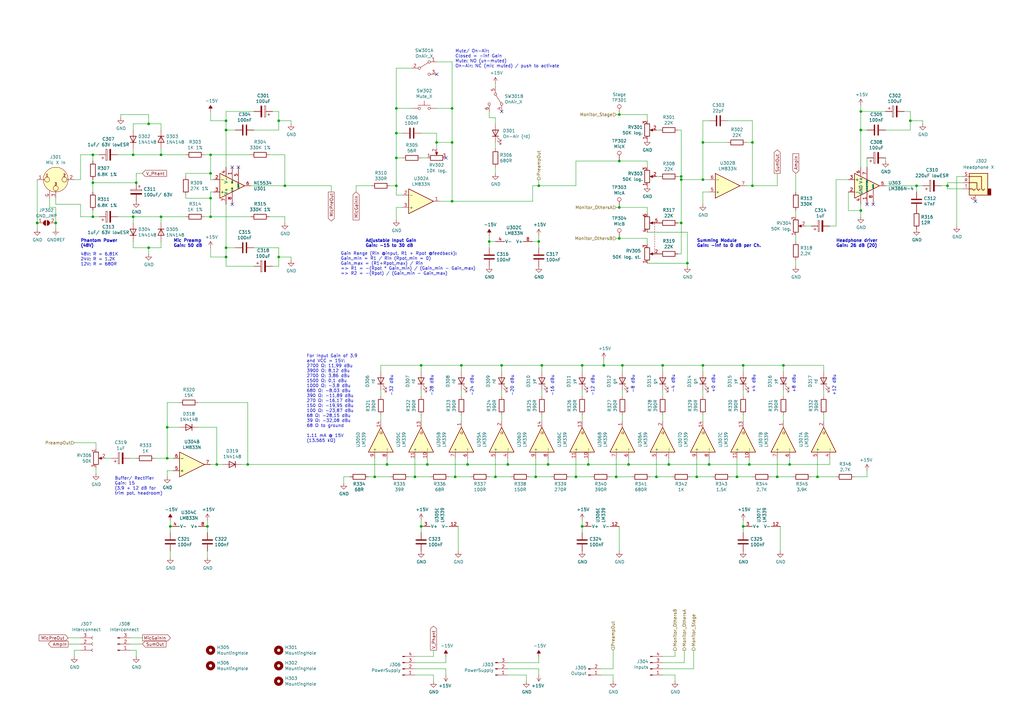
<source format=kicad_sch>
(kicad_sch (version 20211123) (generator eeschema)

  (uuid e8e18c84-573e-49d4-a903-1b430b6b9f6d)

  (paper "A3")

  (title_block
    (title "c3lingo interpeter unit -- channel strip")
    (date "2022-12-30")
    (rev "v0.3.0")
    (company "Jannik Beyerstedt (jtbx)")
    (comment 1 "Prototype 2")
  )

  

  (junction (at 203.2 195.58) (diameter 0) (color 0 0 0 0)
    (uuid 00f13006-c948-4692-96a5-d0466adec7c5)
  )
  (junction (at 373.38 49.53) (diameter 0) (color 0 0 0 0)
    (uuid 0158514e-86ea-45b5-a507-2352ae582a7e)
  )
  (junction (at 353.06 45.72) (diameter 0) (color 0 0 0 0)
    (uuid 02694ec9-f880-48ef-a78f-244e05db2634)
  )
  (junction (at 255.27 149.86) (diameter 0) (color 0 0 0 0)
    (uuid 04493334-db73-4440-9c06-10ffc5d7a54e)
  )
  (junction (at 60.96 101.6) (diameter 0) (color 0 0 0 0)
    (uuid 05f6d0eb-fc8c-4916-8fe9-98448adea6d5)
  )
  (junction (at 158.75 190.5) (diameter 0) (color 0 0 0 0)
    (uuid 0a90031f-9a5b-48a2-8af7-b4aa3830c728)
  )
  (junction (at 279.4 72.39) (diameter 0) (color 0 0 0 0)
    (uuid 0c73c62f-e1ea-4aa7-84fc-5755f896d6c5)
  )
  (junction (at 323.85 190.5) (diameter 0) (color 0 0 0 0)
    (uuid 13e8eec3-8dad-471f-89d2-0e981a4083ed)
  )
  (junction (at 114.3 49.53) (diameter 0) (color 0 0 0 0)
    (uuid 14b89dca-5fa7-4ce0-8926-d827de125010)
  )
  (junction (at 236.22 195.58) (diameter 0) (color 0 0 0 0)
    (uuid 180a684a-1f5c-46a5-97ee-77c0e94d1789)
  )
  (junction (at 15.24 91.44) (diameter 0) (color 0 0 0 0)
    (uuid 1a79f628-5734-4192-9b21-93b851caa0cf)
  )
  (junction (at 252.73 195.58) (diameter 0) (color 0 0 0 0)
    (uuid 1c09e3c9-0d85-429e-9c05-1cc8bec4a213)
  )
  (junction (at 92.71 53.34) (diameter 0) (color 0 0 0 0)
    (uuid 1e712c83-f508-45ea-b7ed-c3ebdc224bf6)
  )
  (junction (at 271.78 149.86) (diameter 0) (color 0 0 0 0)
    (uuid 1f108382-3857-4e23-b6f9-8125b948cfcb)
  )
  (junction (at 219.71 195.58) (diameter 0) (color 0 0 0 0)
    (uuid 1f456abd-db85-475c-8686-a644e5162ec5)
  )
  (junction (at 288.29 73.66) (diameter 0) (color 0 0 0 0)
    (uuid 24073232-0b53-4d7a-961f-704ce98b4a9a)
  )
  (junction (at 302.26 195.58) (diameter 0) (color 0 0 0 0)
    (uuid 325ebb15-96e6-4df4-83f6-35682b6f3087)
  )
  (junction (at 153.67 195.58) (diameter 0) (color 0 0 0 0)
    (uuid 3427af5f-5f0b-46f9-ae3f-4cf0c450fb65)
  )
  (junction (at 285.75 195.58) (diameter 0) (color 0 0 0 0)
    (uuid 38572eda-ff6c-45ca-8480-5b5b7894bfed)
  )
  (junction (at 257.81 190.5) (diameter 0) (color 0 0 0 0)
    (uuid 3c88da80-f11b-4d31-9a03-b92e939e7786)
  )
  (junction (at 114.3 105.41) (diameter 0) (color 0 0 0 0)
    (uuid 3d707277-b262-49a5-9c09-3fc91b73c88a)
  )
  (junction (at 222.25 149.86) (diameter 0) (color 0 0 0 0)
    (uuid 40a38e7c-daa3-40eb-9939-82bd21b7c830)
  )
  (junction (at 321.31 149.86) (diameter 0) (color 0 0 0 0)
    (uuid 4c8a06bf-ff6e-45e2-aeec-47884e3472a5)
  )
  (junction (at 162.56 64.77) (diameter 0) (color 0 0 0 0)
    (uuid 4d01623c-f1d3-4a67-a79a-9c08e7a4c363)
  )
  (junction (at 353.06 53.34) (diameter 0) (color 0 0 0 0)
    (uuid 4f4d69ef-b263-472b-b85d-ea06f3727c2f)
  )
  (junction (at 86.36 71.12) (diameter 0) (color 0 0 0 0)
    (uuid 4f54f752-a018-4fac-8e2b-3759971011b5)
  )
  (junction (at 22.86 91.44) (diameter 0) (color 0 0 0 0)
    (uuid 50108280-a753-481b-9152-5f5642060c63)
  )
  (junction (at 38.1 88.9) (diameter 0) (color 0 0 0 0)
    (uuid 52bbdb14-edf7-4f43-8a86-a46c638b534c)
  )
  (junction (at 55.88 74.93) (diameter 0) (color 0 0 0 0)
    (uuid 5a064b1f-538f-4c07-b6db-d0cc1a9bf650)
  )
  (junction (at 279.4 73.66) (diameter 0) (color 0 0 0 0)
    (uuid 5dd65ccd-a9ff-4e4a-b3f6-546566781e17)
  )
  (junction (at 288.29 149.86) (diameter 0) (color 0 0 0 0)
    (uuid 64b44e6b-9394-4022-9757-f71f1eb064ef)
  )
  (junction (at 254 97.79) (diameter 0) (color 0 0 0 0)
    (uuid 68367a74-f3ec-4702-8f5a-cde15f89f55b)
  )
  (junction (at 92.71 105.41) (diameter 0) (color 0 0 0 0)
    (uuid 69156d5d-c3c3-4606-96bf-e0d65fbc6354)
  )
  (junction (at 375.92 76.2) (diameter 0) (color 0 0 0 0)
    (uuid 6c0b95fb-a05f-4466-9548-697c9ed17799)
  )
  (junction (at 185.42 58.42) (diameter 0) (color 0 0 0 0)
    (uuid 71d934b4-e13f-439c-ba66-c0433178f06e)
  )
  (junction (at 60.96 50.8) (diameter 0) (color 0 0 0 0)
    (uuid 7515206e-bb0d-43b2-9508-7efdb5be6afe)
  )
  (junction (at 290.83 190.5) (diameter 0) (color 0 0 0 0)
    (uuid 756ecad4-c3f2-4e2f-8ccb-b4709b57529c)
  )
  (junction (at 69.85 215.9) (diameter 0) (color 0 0 0 0)
    (uuid 773996bf-e30a-4c77-8699-32b828c55da1)
  )
  (junction (at 254 85.09) (diameter 0) (color 0 0 0 0)
    (uuid 7ec44ec4-09d5-41bb-ae46-e80a48802e94)
  )
  (junction (at 92.71 49.53) (diameter 0) (color 0 0 0 0)
    (uuid 881f40e0-3ddc-43e9-a45d-196955ffe1df)
  )
  (junction (at 38.1 74.93) (diameter 0) (color 0 0 0 0)
    (uuid 88fdb573-1f0f-417a-a085-8056998cc31e)
  )
  (junction (at 238.76 149.86) (diameter 0) (color 0 0 0 0)
    (uuid 89f10625-723f-484a-bc70-4cd62310fdc1)
  )
  (junction (at 269.24 195.58) (diameter 0) (color 0 0 0 0)
    (uuid 8aa54323-3d8b-445a-b835-b20341af5a4f)
  )
  (junction (at 281.94 107.95) (diameter 0) (color 0 0 0 0)
    (uuid 8ba6ee10-30d1-425a-9121-d55c3f3875f7)
  )
  (junction (at 86.36 63.5) (diameter 0) (color 0 0 0 0)
    (uuid 90f7f8ab-26fd-4189-943b-86b34553df80)
  )
  (junction (at 172.72 149.86) (diameter 0) (color 0 0 0 0)
    (uuid 92b71487-a334-4bf2-b61b-37256f02411e)
  )
  (junction (at 304.8 215.9) (diameter 0) (color 0 0 0 0)
    (uuid 9736ae1a-7e72-4f4c-9335-dae000b779d4)
  )
  (junction (at 175.26 190.5) (diameter 0) (color 0 0 0 0)
    (uuid 98d47279-667f-4994-b6c4-990ecf332cae)
  )
  (junction (at 162.56 44.45) (diameter 0) (color 0 0 0 0)
    (uuid 997499a5-74b6-47a0-b11d-7162767fc9b6)
  )
  (junction (at 68.58 187.96) (diameter 0) (color 0 0 0 0)
    (uuid 9b0162ee-6285-44a0-b5ba-da9004665c2b)
  )
  (junction (at 101.6 190.5) (diameter 0) (color 0 0 0 0)
    (uuid 9bd3addc-62e2-4071-98db-73ea24b15600)
  )
  (junction (at 353.06 86.36) (diameter 0) (color 0 0 0 0)
    (uuid a0059a65-2aad-4276-a5bc-fe5ce0303335)
  )
  (junction (at 92.71 101.6) (diameter 0) (color 0 0 0 0)
    (uuid a0272780-7618-4968-946d-e354e8ffcad0)
  )
  (junction (at 172.72 215.9) (diameter 0) (color 0 0 0 0)
    (uuid a1964575-06f3-4e29-bc83-cc6ce2733fb0)
  )
  (junction (at 308.61 58.42) (diameter 0) (color 0 0 0 0)
    (uuid a3597cfb-59da-4dea-97eb-c9a7c6bc7065)
  )
  (junction (at 288.29 58.42) (diameter 0) (color 0 0 0 0)
    (uuid a5730614-ff0a-4e2d-85c5-75498498f987)
  )
  (junction (at 335.28 195.58) (diameter 0) (color 0 0 0 0)
    (uuid aa1b09f9-5b16-4f41-9a6d-b0c105977307)
  )
  (junction (at 254 66.04) (diameter 0) (color 0 0 0 0)
    (uuid aa2b793f-5f24-4f0c-930e-89a2fb8e9ac8)
  )
  (junction (at 162.56 76.2) (diameter 0) (color 0 0 0 0)
    (uuid ac25f417-443b-4bb6-a3c2-e06972182bbf)
  )
  (junction (at 66.04 63.5) (diameter 0) (color 0 0 0 0)
    (uuid ae33db65-dac2-4c83-849a-4deec903d751)
  )
  (junction (at 307.34 190.5) (diameter 0) (color 0 0 0 0)
    (uuid ae4a76dc-fe16-44e5-bfc4-4be23cf27a66)
  )
  (junction (at 191.77 190.5) (diameter 0) (color 0 0 0 0)
    (uuid af76873a-fb02-42dd-ba57-48eb70dbfa38)
  )
  (junction (at 54.61 88.9) (diameter 0) (color 0 0 0 0)
    (uuid b3d4626d-c6bd-4990-b4bd-9c2de2ab8a7c)
  )
  (junction (at 189.23 149.86) (diameter 0) (color 0 0 0 0)
    (uuid b5998c32-9078-4ee2-b778-53a3a6626a20)
  )
  (junction (at 86.36 88.9) (diameter 0) (color 0 0 0 0)
    (uuid b617fa08-228c-4ab9-9bf4-1652f9674554)
  )
  (junction (at 274.32 190.5) (diameter 0) (color 0 0 0 0)
    (uuid b82b2baa-5f65-4692-b773-6dd262b0382c)
  )
  (junction (at 224.79 190.5) (diameter 0) (color 0 0 0 0)
    (uuid b88dae32-948d-417c-9300-bcc5a49e628c)
  )
  (junction (at 220.98 76.2) (diameter 0) (color 0 0 0 0)
    (uuid bbbe9408-0c54-425f-898f-7f080ca6bd5b)
  )
  (junction (at 388.62 76.2) (diameter 0) (color 0 0 0 0)
    (uuid be2a9aaa-2eb1-463c-a1ab-5c18269c2a8b)
  )
  (junction (at 116.84 76.2) (diameter 0) (color 0 0 0 0)
    (uuid be7cc70e-8db5-4046-83bb-0253165ba7a8)
  )
  (junction (at 186.69 195.58) (diameter 0) (color 0 0 0 0)
    (uuid c0ee2eba-9c6a-421a-ac36-6e368ec19536)
  )
  (junction (at 54.61 63.5) (diameter 0) (color 0 0 0 0)
    (uuid c6f6a228-bc50-487c-ac44-da1ca2ec7f21)
  )
  (junction (at 66.04 88.9) (diameter 0) (color 0 0 0 0)
    (uuid c940d131-ec69-4478-a965-35ae35934190)
  )
  (junction (at 254 46.99) (diameter 0) (color 0 0 0 0)
    (uuid ca519782-30cc-4eab-b668-cc8b25067c0d)
  )
  (junction (at 88.9 190.5) (diameter 0) (color 0 0 0 0)
    (uuid cc2d82a2-1ba8-4c2e-8981-70731d2ee5c9)
  )
  (junction (at 200.66 99.06) (diameter 0) (color 0 0 0 0)
    (uuid cd9e7ace-8de6-4ef1-ab03-e68384d4db9f)
  )
  (junction (at 205.74 149.86) (diameter 0) (color 0 0 0 0)
    (uuid cdef7c21-b2a6-48e0-86f0-ab598e5c07d9)
  )
  (junction (at 170.18 195.58) (diameter 0) (color 0 0 0 0)
    (uuid d1fa0f6e-6b7d-4ed5-be1c-1f0889d37a32)
  )
  (junction (at 238.76 215.9) (diameter 0) (color 0 0 0 0)
    (uuid d24549b5-7d7a-4d34-b47f-514fae4e7586)
  )
  (junction (at 318.77 195.58) (diameter 0) (color 0 0 0 0)
    (uuid d280f1fa-b90f-41ec-aafe-150aa2382729)
  )
  (junction (at 185.42 44.45) (diameter 0) (color 0 0 0 0)
    (uuid d2a05730-0468-479c-be1e-ccb81fa9f5ba)
  )
  (junction (at 179.07 58.42) (diameter 0) (color 0 0 0 0)
    (uuid d5a07161-fb74-4535-b39a-4c96ebfddc3e)
  )
  (junction (at 38.1 63.5) (diameter 0) (color 0 0 0 0)
    (uuid d7123a8e-a94b-4474-9516-7cbb57fd159d)
  )
  (junction (at 162.56 54.61) (diameter 0) (color 0 0 0 0)
    (uuid d9a4ca4f-94fe-4cb6-961f-cd13880cfb66)
  )
  (junction (at 185.42 82.55) (diameter 0) (color 0 0 0 0)
    (uuid e0fd7f4d-dcd2-41d6-82f3-2d7246c032e5)
  )
  (junction (at 308.61 76.2) (diameter 0) (color 0 0 0 0)
    (uuid e4b7ce5f-692a-4f35-b928-ac5006c130eb)
  )
  (junction (at 279.4 91.44) (diameter 0) (color 0 0 0 0)
    (uuid e51aaa1f-16e0-4b76-a0c7-e11609182b14)
  )
  (junction (at 247.65 149.86) (diameter 0) (color 0 0 0 0)
    (uuid e83bc4ae-49e3-4bad-8162-36a24d9f8019)
  )
  (junction (at 208.28 190.5) (diameter 0) (color 0 0 0 0)
    (uuid e9ec97c7-7a43-4c80-91d5-776ac03fdb3c)
  )
  (junction (at 85.09 215.9) (diameter 0) (color 0 0 0 0)
    (uuid ed163121-a54a-42a2-9ea3-271092baeac0)
  )
  (junction (at 304.8 149.86) (diameter 0) (color 0 0 0 0)
    (uuid f6a4e09f-1885-4c88-a2c7-0d22feec7838)
  )
  (junction (at 220.98 99.06) (diameter 0) (color 0 0 0 0)
    (uuid f7d07f24-f0d3-45ca-a916-95b098fbb87a)
  )
  (junction (at 68.58 175.26) (diameter 0) (color 0 0 0 0)
    (uuid f906575b-f5ac-4804-9142-d919022152d2)
  )
  (junction (at 241.3 190.5) (diameter 0) (color 0 0 0 0)
    (uuid fae6bb3d-39be-4d26-b4c2-a631f9aabfa0)
  )
  (junction (at 86.36 81.28) (diameter 0) (color 0 0 0 0)
    (uuid ff4868fe-90e0-465d-903c-9d53522207cb)
  )

  (no_connect (at 355.6 83.82) (uuid 08a8b176-8c88-40ee-9d44-0a7d83c65183))
  (no_connect (at 95.25 83.82) (uuid 2ccdf649-9924-416d-91ea-1d67404844ac))
  (no_connect (at 358.14 83.82) (uuid 67112ec0-9e2a-433a-af24-87c9f1fb4d94))
  (no_connect (at 97.79 68.58) (uuid 853e80ad-48f0-40d7-a3ae-5fc358be13b8))
  (no_connect (at 205.74 45.72) (uuid 862aefa4-332b-4da8-ab93-b818b44590f3))
  (no_connect (at 95.25 68.58) (uuid 8b957eab-d028-4e86-9c98-b12cb0cadfbc))
  (no_connect (at 182.88 64.77) (uuid 9c8db122-d147-4a98-91b1-4e49a3823b4d))
  (no_connect (at 400.05 82.55) (uuid ecba2591-0f58-43be-b46b-82c7f64a767b))
  (no_connect (at 179.07 30.48) (uuid fbe05cac-9df1-4a7b-be57-57ddc5d498ac))

  (wire (pts (xy 342.9 73.66) (xy 342.9 92.71))
    (stroke (width 0) (type default) (color 0 0 0 0))
    (uuid 00351ff6-bb8c-4fc7-ae22-6736ccac891e)
  )
  (wire (pts (xy 15.24 93.98) (xy 15.24 91.44))
    (stroke (width 0) (type default) (color 0 0 0 0))
    (uuid 0060d43b-755f-4403-9184-d1c4e2081fa5)
  )
  (wire (pts (xy 353.06 86.36) (xy 353.06 88.9))
    (stroke (width 0) (type default) (color 0 0 0 0))
    (uuid 01ee30b2-aecc-4b52-aed4-42c1bc441e8a)
  )
  (wire (pts (xy 285.75 187.96) (xy 285.75 195.58))
    (stroke (width 0) (type default) (color 0 0 0 0))
    (uuid 0318cb9b-a7ec-4148-a67b-3399dec063ce)
  )
  (wire (pts (xy 92.71 53.34) (xy 96.52 53.34))
    (stroke (width 0) (type default) (color 0 0 0 0))
    (uuid 03401f4c-63a0-4346-b8b1-406b0564ae09)
  )
  (wire (pts (xy 340.36 190.5) (xy 340.36 187.96))
    (stroke (width 0) (type default) (color 0 0 0 0))
    (uuid 039d8a93-0226-48cb-9281-1560ffc8244a)
  )
  (wire (pts (xy 33.02 63.5) (xy 38.1 63.5))
    (stroke (width 0) (type default) (color 0 0 0 0))
    (uuid 09e2d108-951e-4db3-a8ae-3ffd3513b576)
  )
  (wire (pts (xy 265.43 107.95) (xy 281.94 107.95))
    (stroke (width 0) (type default) (color 0 0 0 0))
    (uuid 09f5dfa8-9967-4eef-b0f5-35d169c1851e)
  )
  (wire (pts (xy 288.29 149.86) (xy 271.78 149.86))
    (stroke (width 0) (type default) (color 0 0 0 0))
    (uuid 0ce5e1e9-33a3-4aa1-a25a-cc18c3fc55fb)
  )
  (wire (pts (xy 203.2 58.42) (xy 203.2 60.96))
    (stroke (width 0) (type default) (color 0 0 0 0))
    (uuid 0d123aa0-1c81-4e84-be38-3ab31c3f2fc5)
  )
  (wire (pts (xy 353.06 53.34) (xy 353.06 68.58))
    (stroke (width 0) (type default) (color 0 0 0 0))
    (uuid 0d82b95a-a49a-4bfd-831f-d1c267e1a64a)
  )
  (wire (pts (xy 307.34 190.5) (xy 307.34 187.96))
    (stroke (width 0) (type default) (color 0 0 0 0))
    (uuid 0f057a82-d884-458d-9746-d845b90a05fb)
  )
  (wire (pts (xy 355.6 64.77) (xy 355.6 68.58))
    (stroke (width 0) (type default) (color 0 0 0 0))
    (uuid 0f33f251-ce53-4883-b9af-24e2bcfb5416)
  )
  (wire (pts (xy 162.56 54.61) (xy 165.1 54.61))
    (stroke (width 0) (type default) (color 0 0 0 0))
    (uuid 0f59afad-3f25-4fe2-a707-45862b2ff805)
  )
  (wire (pts (xy 54.61 88.9) (xy 54.61 91.44))
    (stroke (width 0) (type default) (color 0 0 0 0))
    (uuid 0f7bc610-b223-4063-a468-1c04d17a94df)
  )
  (wire (pts (xy 76.2 81.28) (xy 76.2 80.01))
    (stroke (width 0) (type default) (color 0 0 0 0))
    (uuid 105be8b2-2cc7-4464-b3e7-add5be8774b0)
  )
  (wire (pts (xy 304.8 149.86) (xy 288.29 149.86))
    (stroke (width 0) (type default) (color 0 0 0 0))
    (uuid 10e3a047-3d72-4112-9acb-8c87d40cd4d8)
  )
  (wire (pts (xy 320.04 215.9) (xy 320.04 226.06))
    (stroke (width 0) (type default) (color 0 0 0 0))
    (uuid 1133f77a-a409-42c2-b30a-da17c0e2f3ed)
  )
  (wire (pts (xy 208.28 190.5) (xy 208.28 187.96))
    (stroke (width 0) (type default) (color 0 0 0 0))
    (uuid 12acb37e-e383-4511-a6c2-c8e1a0c0e76d)
  )
  (wire (pts (xy 378.46 49.53) (xy 378.46 50.8))
    (stroke (width 0) (type default) (color 0 0 0 0))
    (uuid 138c98d4-9036-464c-b95f-f487b135f7d2)
  )
  (wire (pts (xy 165.1 64.77) (xy 162.56 64.77))
    (stroke (width 0) (type default) (color 0 0 0 0))
    (uuid 13c84a66-0da2-4bc5-89d3-f8051e1f84a5)
  )
  (wire (pts (xy 238.76 149.86) (xy 238.76 152.4))
    (stroke (width 0) (type default) (color 0 0 0 0))
    (uuid 14bf6eae-a70e-46ac-8e5c-3339ad91b58b)
  )
  (wire (pts (xy 203.2 48.26) (xy 203.2 50.8))
    (stroke (width 0) (type default) (color 0 0 0 0))
    (uuid 16511203-c41b-41fc-9b7c-2205693b128f)
  )
  (wire (pts (xy 265.43 85.09) (xy 265.43 87.63))
    (stroke (width 0) (type default) (color 0 0 0 0))
    (uuid 179d8627-a9bc-424b-83cb-66f5c5a4c888)
  )
  (wire (pts (xy 86.36 45.72) (xy 86.36 49.53))
    (stroke (width 0) (type default) (color 0 0 0 0))
    (uuid 18727d05-cd52-4ac6-85de-57eab7e2a7ed)
  )
  (wire (pts (xy 156.21 170.18) (xy 156.21 172.72))
    (stroke (width 0) (type default) (color 0 0 0 0))
    (uuid 191b8690-a34f-4619-8922-e68fddb827ed)
  )
  (wire (pts (xy 205.74 149.86) (xy 205.74 152.4))
    (stroke (width 0) (type default) (color 0 0 0 0))
    (uuid 19238f17-6fd0-4351-b78b-57b1220f5b0c)
  )
  (wire (pts (xy 135.89 76.2) (xy 135.89 78.74))
    (stroke (width 0) (type default) (color 0 0 0 0))
    (uuid 192a040a-1d7f-4426-9ce2-6b52babeeb56)
  )
  (wire (pts (xy 224.79 190.5) (xy 241.3 190.5))
    (stroke (width 0) (type default) (color 0 0 0 0))
    (uuid 19c47511-0323-4360-b73e-4569104d9a07)
  )
  (wire (pts (xy 53.34 261.62) (xy 58.42 261.62))
    (stroke (width 0) (type default) (color 0 0 0 0))
    (uuid 19e2b27c-34cd-48aa-9ebd-96e75e657887)
  )
  (wire (pts (xy 55.88 187.96) (xy 53.34 187.96))
    (stroke (width 0) (type default) (color 0 0 0 0))
    (uuid 1b1b5d94-1864-483c-bac4-269a09d6de57)
  )
  (wire (pts (xy 281.94 95.25) (xy 281.94 107.95))
    (stroke (width 0) (type default) (color 0 0 0 0))
    (uuid 1bf643a2-9a22-41f3-8ed9-06572e15bbf1)
  )
  (wire (pts (xy 218.44 76.2) (xy 220.98 76.2))
    (stroke (width 0) (type default) (color 0 0 0 0))
    (uuid 1c99eeb9-3da4-485d-9224-e034ab107715)
  )
  (wire (pts (xy 288.29 73.66) (xy 290.83 73.66))
    (stroke (width 0) (type default) (color 0 0 0 0))
    (uuid 1ca9ff5a-d086-4a66-a492-cbab6120ca9e)
  )
  (wire (pts (xy 203.2 68.58) (xy 203.2 71.12))
    (stroke (width 0) (type default) (color 0 0 0 0))
    (uuid 1e7e5d90-bfae-42c9-9bf9-14e411da26a8)
  )
  (wire (pts (xy 22.86 85.09) (xy 20.32 85.09))
    (stroke (width 0) (type default) (color 0 0 0 0))
    (uuid 1fc59e30-d052-4860-9079-70d77fc84681)
  )
  (wire (pts (xy 30.48 266.7) (xy 30.48 269.24))
    (stroke (width 0) (type default) (color 0 0 0 0))
    (uuid 20df56fb-61c7-49e7-a446-3493280db2f3)
  )
  (wire (pts (xy 86.36 81.28) (xy 76.2 81.28))
    (stroke (width 0) (type default) (color 0 0 0 0))
    (uuid 222adbfc-e785-455a-a179-05c3e8620435)
  )
  (wire (pts (xy 92.71 45.72) (xy 92.71 49.53))
    (stroke (width 0) (type default) (color 0 0 0 0))
    (uuid 223989e8-73c5-44ca-8add-aef99f7d2e8a)
  )
  (wire (pts (xy 355.6 193.04) (xy 355.6 195.58))
    (stroke (width 0) (type default) (color 0 0 0 0))
    (uuid 231c4110-15cc-4cbb-8366-c7f0a3216032)
  )
  (wire (pts (xy 246.38 274.32) (xy 251.46 274.32))
    (stroke (width 0) (type default) (color 0 0 0 0))
    (uuid 23ee34d7-c660-436e-98f3-bac5f8bb498a)
  )
  (wire (pts (xy 101.6 165.1) (xy 101.6 190.5))
    (stroke (width 0) (type default) (color 0 0 0 0))
    (uuid 25a9a852-41bd-4263-8f42-d2017c1ff599)
  )
  (wire (pts (xy 189.23 160.02) (xy 189.23 162.56))
    (stroke (width 0) (type default) (color 0 0 0 0))
    (uuid 25fcfb85-1589-440f-bdc7-a9e3a55f33d0)
  )
  (wire (pts (xy 200.66 48.26) (xy 203.2 48.26))
    (stroke (width 0) (type default) (color 0 0 0 0))
    (uuid 26570016-53c5-4007-9ff1-f4573ef029a3)
  )
  (wire (pts (xy 269.24 53.34) (xy 270.51 53.34))
    (stroke (width 0) (type default) (color 0 0 0 0))
    (uuid 266377a6-8bfe-449c-9164-d39506d31457)
  )
  (wire (pts (xy 321.31 160.02) (xy 321.31 162.56))
    (stroke (width 0) (type default) (color 0 0 0 0))
    (uuid 27d1eeb3-b7cd-4097-8a7b-48fc1d60f530)
  )
  (wire (pts (xy 85.09 213.36) (xy 85.09 215.9))
    (stroke (width 0) (type default) (color 0 0 0 0))
    (uuid 28aaf117-d8cb-4fb1-b213-e6c2682663af)
  )
  (wire (pts (xy 269.24 72.39) (xy 270.51 72.39))
    (stroke (width 0) (type default) (color 0 0 0 0))
    (uuid 2a341572-448e-485d-8efe-478c56e4d8a2)
  )
  (wire (pts (xy 353.06 43.18) (xy 353.06 45.72))
    (stroke (width 0) (type default) (color 0 0 0 0))
    (uuid 2a8e2ec1-6b7e-4adf-a31e-bec7c6cfdc78)
  )
  (wire (pts (xy 185.42 44.45) (xy 185.42 58.42))
    (stroke (width 0) (type default) (color 0 0 0 0))
    (uuid 2ac41a95-23c2-4d06-8bf3-6f3cb4cabc9d)
  )
  (wire (pts (xy 165.1 85.09) (xy 162.56 85.09))
    (stroke (width 0) (type default) (color 0 0 0 0))
    (uuid 2beead58-e22b-4b0b-8f65-7b6523397a6e)
  )
  (wire (pts (xy 33.02 88.9) (xy 38.1 88.9))
    (stroke (width 0) (type default) (color 0 0 0 0))
    (uuid 2cd02581-692b-42b1-bb50-e514b913a15e)
  )
  (wire (pts (xy 55.88 71.12) (xy 58.42 71.12))
    (stroke (width 0) (type default) (color 0 0 0 0))
    (uuid 2cd3137e-adc4-4d25-8679-de00b1da9e61)
  )
  (wire (pts (xy 347.98 86.36) (xy 353.06 86.36))
    (stroke (width 0) (type default) (color 0 0 0 0))
    (uuid 2d32ad9c-4de3-43f3-a133-6f5a139a093d)
  )
  (wire (pts (xy 252.73 187.96) (xy 252.73 195.58))
    (stroke (width 0) (type default) (color 0 0 0 0))
    (uuid 2e6bbf58-780b-482b-b274-dbd31ae6b458)
  )
  (wire (pts (xy 53.34 264.16) (xy 58.42 264.16))
    (stroke (width 0) (type default) (color 0 0 0 0))
    (uuid 2ea03496-903b-4594-bf49-cac5cc583b55)
  )
  (wire (pts (xy 274.32 190.5) (xy 290.83 190.5))
    (stroke (width 0) (type default) (color 0 0 0 0))
    (uuid 2fadfd2d-71e3-42a2-9efe-d5d71012978b)
  )
  (wire (pts (xy 208.28 190.5) (xy 224.79 190.5))
    (stroke (width 0) (type default) (color 0 0 0 0))
    (uuid 3020b486-5bfc-46a8-a0f9-1c1d844ac1e6)
  )
  (wire (pts (xy 200.66 45.72) (xy 200.66 48.26))
    (stroke (width 0) (type default) (color 0 0 0 0))
    (uuid 311ed2a9-214d-457f-80aa-30283cc45c54)
  )
  (wire (pts (xy 335.28 195.58) (xy 342.9 195.58))
    (stroke (width 0) (type default) (color 0 0 0 0))
    (uuid 3145d8bb-09f1-4ea1-934c-385b4e8a7ef1)
  )
  (wire (pts (xy 208.28 274.32) (xy 220.98 274.32))
    (stroke (width 0) (type default) (color 0 0 0 0))
    (uuid 318e5b58-e56f-4299-ad68-803fd70334fd)
  )
  (wire (pts (xy 337.82 149.86) (xy 321.31 149.86))
    (stroke (width 0) (type default) (color 0 0 0 0))
    (uuid 32c1e581-05a8-418f-9892-1edb6c1c6c5b)
  )
  (wire (pts (xy 88.9 190.5) (xy 88.9 175.26))
    (stroke (width 0) (type default) (color 0 0 0 0))
    (uuid 32d35f66-29a7-4b13-9b44-c63ff67c475d)
  )
  (wire (pts (xy 92.71 49.53) (xy 92.71 53.34))
    (stroke (width 0) (type default) (color 0 0 0 0))
    (uuid 32d5bccc-1cb0-4e5a-9558-b0a63daf7c84)
  )
  (wire (pts (xy 222.25 170.18) (xy 222.25 172.72))
    (stroke (width 0) (type default) (color 0 0 0 0))
    (uuid 331a3366-6367-4e82-ab6d-0a13ca333fda)
  )
  (wire (pts (xy 254 85.09) (xy 265.43 85.09))
    (stroke (width 0) (type default) (color 0 0 0 0))
    (uuid 3404234f-9d69-4ac3-ad81-1613aee304aa)
  )
  (wire (pts (xy 271.78 149.86) (xy 255.27 149.86))
    (stroke (width 0) (type default) (color 0 0 0 0))
    (uuid 34711b1f-ae9e-4960-a332-1076dae65a6f)
  )
  (wire (pts (xy 220.98 276.86) (xy 220.98 274.32))
    (stroke (width 0) (type default) (color 0 0 0 0))
    (uuid 3593c0f7-5be7-4ea5-b203-ab48cc9f50a7)
  )
  (wire (pts (xy 288.29 49.53) (xy 290.83 49.53))
    (stroke (width 0) (type default) (color 0 0 0 0))
    (uuid 35fd082f-debe-4319-b89b-24353e37285b)
  )
  (wire (pts (xy 350.52 195.58) (xy 355.6 195.58))
    (stroke (width 0) (type default) (color 0 0 0 0))
    (uuid 374f2d03-49f6-4a78-843e-f3b9d622a5b7)
  )
  (wire (pts (xy 271.78 269.24) (xy 276.86 269.24))
    (stroke (width 0) (type default) (color 0 0 0 0))
    (uuid 377594ce-0cfb-4fb1-a5a3-67140b05ce26)
  )
  (wire (pts (xy 200.66 99.06) (xy 200.66 101.6))
    (stroke (width 0) (type default) (color 0 0 0 0))
    (uuid 37c25648-6206-4aa7-8b88-d7ce8d4ae5ff)
  )
  (wire (pts (xy 172.72 149.86) (xy 172.72 152.4))
    (stroke (width 0) (type default) (color 0 0 0 0))
    (uuid 37cf8fd8-e85f-41b0-8fe0-ea2948110086)
  )
  (wire (pts (xy 363.22 53.34) (xy 373.38 53.34))
    (stroke (width 0) (type default) (color 0 0 0 0))
    (uuid 37dbaf1a-a779-4e6a-b6c6-8b494683382a)
  )
  (wire (pts (xy 281.94 107.95) (xy 281.94 109.22))
    (stroke (width 0) (type default) (color 0 0 0 0))
    (uuid 38ce9520-026a-4796-a781-cfecc38534cf)
  )
  (wire (pts (xy 68.58 165.1) (xy 68.58 175.26))
    (stroke (width 0) (type default) (color 0 0 0 0))
    (uuid 3adc13aa-f7d6-42ba-924e-f0854d5c4999)
  )
  (wire (pts (xy 250.19 195.58) (xy 252.73 195.58))
    (stroke (width 0) (type default) (color 0 0 0 0))
    (uuid 3c09639e-c05b-4930-9705-193dd0000ebd)
  )
  (wire (pts (xy 158.75 190.5) (xy 175.26 190.5))
    (stroke (width 0) (type default) (color 0 0 0 0))
    (uuid 3c58736d-8736-4dc4-be08-bf1d07255ecc)
  )
  (wire (pts (xy 22.86 83.82) (xy 33.02 83.82))
    (stroke (width 0) (type default) (color 0 0 0 0))
    (uuid 3c5c9abb-e124-4bbe-91e2-fb34cad7ee69)
  )
  (wire (pts (xy 54.61 99.06) (xy 54.61 101.6))
    (stroke (width 0) (type default) (color 0 0 0 0))
    (uuid 3c95b35c-efdd-4f30-8171-14d038385d41)
  )
  (wire (pts (xy 66.04 88.9) (xy 76.2 88.9))
    (stroke (width 0) (type default) (color 0 0 0 0))
    (uuid 3e274bf0-8ce8-4a64-8bcd-5e39bbf3f30b)
  )
  (wire (pts (xy 318.77 195.58) (xy 325.12 195.58))
    (stroke (width 0) (type default) (color 0 0 0 0))
    (uuid 3e519050-7f11-437c-a529-adff35b92b19)
  )
  (wire (pts (xy 220.98 73.66) (xy 220.98 76.2))
    (stroke (width 0) (type default) (color 0 0 0 0))
    (uuid 3e7bea78-7bb8-47c2-892d-ac93a5fc4585)
  )
  (wire (pts (xy 298.45 49.53) (xy 308.61 49.53))
    (stroke (width 0) (type default) (color 0 0 0 0))
    (uuid 3edbb73f-ac84-4205-8461-a647ffd5cc72)
  )
  (wire (pts (xy 179.07 54.61) (xy 179.07 58.42))
    (stroke (width 0) (type default) (color 0 0 0 0))
    (uuid 400bb389-5ac5-45e4-8709-8286be83214c)
  )
  (wire (pts (xy 330.2 92.71) (xy 332.74 92.71))
    (stroke (width 0) (type default) (color 0 0 0 0))
    (uuid 406687c8-12c5-42c3-9fb5-afbc2fc1acab)
  )
  (wire (pts (xy 254 97.79) (xy 265.43 97.79))
    (stroke (width 0) (type default) (color 0 0 0 0))
    (uuid 415ad87e-7790-4163-915d-7fd0095ec353)
  )
  (wire (pts (xy 182.88 271.78) (xy 182.88 269.24))
    (stroke (width 0) (type default) (color 0 0 0 0))
    (uuid 41b60653-4f98-4468-bd73-d0af2640274e)
  )
  (wire (pts (xy 66.04 50.8) (xy 66.04 53.34))
    (stroke (width 0) (type default) (color 0 0 0 0))
    (uuid 41c29bcb-5142-4036-8dfb-bf8c366f073d)
  )
  (wire (pts (xy 373.38 45.72) (xy 370.84 45.72))
    (stroke (width 0) (type default) (color 0 0 0 0))
    (uuid 433dbaa9-0aac-424b-afb2-ea78e7db4b57)
  )
  (wire (pts (xy 205.74 149.86) (xy 189.23 149.86))
    (stroke (width 0) (type default) (color 0 0 0 0))
    (uuid 460c5150-92ec-4bc8-b516-75fb999d60f6)
  )
  (wire (pts (xy 238.76 160.02) (xy 238.76 162.56))
    (stroke (width 0) (type default) (color 0 0 0 0))
    (uuid 47ca072f-4246-4721-918d-c221be32e0d3)
  )
  (wire (pts (xy 162.56 80.01) (xy 165.1 80.01))
    (stroke (width 0) (type default) (color 0 0 0 0))
    (uuid 48c06766-242b-41f4-adce-7c8c1cc9febf)
  )
  (wire (pts (xy 54.61 88.9) (xy 66.04 88.9))
    (stroke (width 0) (type default) (color 0 0 0 0))
    (uuid 48e5b248-9b3b-42cd-ac0d-d0200c1be7bf)
  )
  (wire (pts (xy 160.02 76.2) (xy 162.56 76.2))
    (stroke (width 0) (type default) (color 0 0 0 0))
    (uuid 497a8cc6-bb7e-42e9-a47f-c657dc5f3bc2)
  )
  (wire (pts (xy 335.28 195.58) (xy 332.74 195.58))
    (stroke (width 0) (type default) (color 0 0 0 0))
    (uuid 4b34d819-c4b2-4d97-a7b4-00bd107ca37e)
  )
  (wire (pts (xy 335.28 187.96) (xy 335.28 195.58))
    (stroke (width 0) (type default) (color 0 0 0 0))
    (uuid 4cfbf977-dbd0-4332-b3ae-eb40e0dc0d23)
  )
  (wire (pts (xy 321.31 149.86) (xy 304.8 149.86))
    (stroke (width 0) (type default) (color 0 0 0 0))
    (uuid 4d3916d5-f6b7-4ba4-a92f-4183c99b09c1)
  )
  (wire (pts (xy 92.71 105.41) (xy 92.71 109.22))
    (stroke (width 0) (type default) (color 0 0 0 0))
    (uuid 4e1ba245-59ea-45c3-9366-e17ae3a637fd)
  )
  (wire (pts (xy 66.04 63.5) (xy 76.2 63.5))
    (stroke (width 0) (type default) (color 0 0 0 0))
    (uuid 4f5b8065-ec38-460c-aafc-adc23fc765af)
  )
  (wire (pts (xy 27.94 261.62) (xy 33.02 261.62))
    (stroke (width 0) (type default) (color 0 0 0 0))
    (uuid 5105c081-62a6-4cf8-8307-dc4215138c36)
  )
  (wire (pts (xy 191.77 190.5) (xy 191.77 187.96))
    (stroke (width 0) (type default) (color 0 0 0 0))
    (uuid 5126ff79-5374-4034-99d0-06858077dd6a)
  )
  (wire (pts (xy 241.3 190.5) (xy 257.81 190.5))
    (stroke (width 0) (type default) (color 0 0 0 0))
    (uuid 51990e91-c3d3-40f7-ab39-c5f98bc6bbf4)
  )
  (wire (pts (xy 353.06 45.72) (xy 353.06 53.34))
    (stroke (width 0) (type default) (color 0 0 0 0))
    (uuid 538c1313-dd02-46b4-b882-28965774069d)
  )
  (wire (pts (xy 68.58 175.26) (xy 68.58 187.96))
    (stroke (width 0) (type default) (color 0 0 0 0))
    (uuid 53d54d20-b5d6-4568-9cd6-bad1b868fcee)
  )
  (wire (pts (xy 238.76 149.86) (xy 222.25 149.86))
    (stroke (width 0) (type default) (color 0 0 0 0))
    (uuid 54433d55-0ff5-41f5-8762-2134f033dd47)
  )
  (wire (pts (xy 187.96 215.9) (xy 187.96 226.06))
    (stroke (width 0) (type default) (color 0 0 0 0))
    (uuid 54613384-26b9-449a-b01e-42f2d2a48095)
  )
  (wire (pts (xy 238.76 215.9) (xy 238.76 218.44))
    (stroke (width 0) (type default) (color 0 0 0 0))
    (uuid 54ccc2eb-d7dc-4574-93ed-81505a167fcf)
  )
  (wire (pts (xy 337.82 160.02) (xy 337.82 162.56))
    (stroke (width 0) (type default) (color 0 0 0 0))
    (uuid 55dad2a8-c7ef-418e-9924-2acf3b0c1c3e)
  )
  (wire (pts (xy 276.86 269.24) (xy 276.86 266.7))
    (stroke (width 0) (type default) (color 0 0 0 0))
    (uuid 57b5f338-e65b-42c7-8bc6-7286e4ba0922)
  )
  (wire (pts (xy 170.18 271.78) (xy 182.88 271.78))
    (stroke (width 0) (type default) (color 0 0 0 0))
    (uuid 5993b1c2-914a-4bc3-849b-bcb2072a7aa0)
  )
  (wire (pts (xy 48.26 88.9) (xy 54.61 88.9))
    (stroke (width 0) (type default) (color 0 0 0 0))
    (uuid 59b99458-f106-43a3-bb6e-9f1c91b304f6)
  )
  (wire (pts (xy 101.6 190.5) (xy 158.75 190.5))
    (stroke (width 0) (type default) (color 0 0 0 0))
    (uuid 5a09a2f2-1083-4e1e-bc12-0c659e742437)
  )
  (wire (pts (xy 337.82 170.18) (xy 337.82 172.72))
    (stroke (width 0) (type default) (color 0 0 0 0))
    (uuid 5a7ba927-eff2-43c5-8ebc-1201216cb290)
  )
  (wire (pts (xy 20.32 81.28) (xy 20.32 85.09))
    (stroke (width 0) (type default) (color 0 0 0 0))
    (uuid 5b6342d6-f644-43bf-b5f7-5dcca4071442)
  )
  (wire (pts (xy 69.85 213.36) (xy 69.85 215.9))
    (stroke (width 0) (type default) (color 0 0 0 0))
    (uuid 5b682f63-b1f9-40d7-bd93-1a55a10849a5)
  )
  (wire (pts (xy 177.8 269.24) (xy 177.8 266.7))
    (stroke (width 0) (type default) (color 0 0 0 0))
    (uuid 5ba9f94a-7034-4aa0-a9e5-93420f7314c4)
  )
  (wire (pts (xy 304.8 149.86) (xy 304.8 152.4))
    (stroke (width 0) (type default) (color 0 0 0 0))
    (uuid 5baf617f-ad87-49da-a7ef-4ed9942eb6e8)
  )
  (wire (pts (xy 85.09 226.06) (xy 85.09 228.6))
    (stroke (width 0) (type default) (color 0 0 0 0))
    (uuid 5cd4df17-63bb-4409-9ab9-6fad4d77fb60)
  )
  (wire (pts (xy 306.07 58.42) (xy 308.61 58.42))
    (stroke (width 0) (type default) (color 0 0 0 0))
    (uuid 5dbe73e3-310d-47f4-a247-f86de97d6b1a)
  )
  (wire (pts (xy 88.9 190.5) (xy 91.44 190.5))
    (stroke (width 0) (type default) (color 0 0 0 0))
    (uuid 5e356573-4039-4096-8b69-13f0a66cf03b)
  )
  (wire (pts (xy 114.3 49.53) (xy 114.3 53.34))
    (stroke (width 0) (type default) (color 0 0 0 0))
    (uuid 5e3f319e-27e7-4f48-a518-ed2fbf76f67b)
  )
  (wire (pts (xy 255.27 170.18) (xy 255.27 172.72))
    (stroke (width 0) (type default) (color 0 0 0 0))
    (uuid 5e4bf8b8-9ae8-4b66-aa49-7f470f92551b)
  )
  (wire (pts (xy 304.8 160.02) (xy 304.8 162.56))
    (stroke (width 0) (type default) (color 0 0 0 0))
    (uuid 5e6c9b67-3d94-4dad-a4e8-05416ec65cbc)
  )
  (wire (pts (xy 22.86 93.98) (xy 22.86 91.44))
    (stroke (width 0) (type default) (color 0 0 0 0))
    (uuid 5eb21808-0234-42d3-a765-c88e639a39c1)
  )
  (wire (pts (xy 55.88 266.7) (xy 55.88 269.24))
    (stroke (width 0) (type default) (color 0 0 0 0))
    (uuid 5fd22d5c-df5d-4eea-a4a8-cde386850946)
  )
  (wire (pts (xy 326.39 106.68) (xy 326.39 109.22))
    (stroke (width 0) (type default) (color 0 0 0 0))
    (uuid 6008c650-8f3f-41fd-83ef-2f48841d2a3f)
  )
  (wire (pts (xy 236.22 195.58) (xy 242.57 195.58))
    (stroke (width 0) (type default) (color 0 0 0 0))
    (uuid 600af2e9-933b-4613-b787-6e48cb3f4073)
  )
  (wire (pts (xy 54.61 63.5) (xy 54.61 60.96))
    (stroke (width 0) (type default) (color 0 0 0 0))
    (uuid 61d4f8b5-bfbd-4891-b4be-5889ee8bb5b6)
  )
  (wire (pts (xy 252.73 85.09) (xy 254 85.09))
    (stroke (width 0) (type default) (color 0 0 0 0))
    (uuid 6204abe8-da64-42cf-8eed-73d0d5950666)
  )
  (wire (pts (xy 92.71 101.6) (xy 96.52 101.6))
    (stroke (width 0) (type default) (color 0 0 0 0))
    (uuid 621529d5-cd0a-493b-93a8-6ca90ff1e4cd)
  )
  (wire (pts (xy 388.62 76.2) (xy 388.62 77.47))
    (stroke (width 0) (type default) (color 0 0 0 0))
    (uuid 62bb3dce-ea42-4c4f-8668-d7925a85028a)
  )
  (wire (pts (xy 54.61 53.34) (xy 54.61 50.8))
    (stroke (width 0) (type default) (color 0 0 0 0))
    (uuid 62fe9045-a1cd-40f4-b882-8e606c1b8cbe)
  )
  (wire (pts (xy 353.06 53.34) (xy 355.6 53.34))
    (stroke (width 0) (type default) (color 0 0 0 0))
    (uuid 63025fb6-16e7-422d-9781-093fc39f3e1e)
  )
  (wire (pts (xy 162.56 85.09) (xy 162.56 90.17))
    (stroke (width 0) (type default) (color 0 0 0 0))
    (uuid 6326e7e1-6b97-47d7-924e-70a5ef4e1209)
  )
  (wire (pts (xy 378.46 76.2) (xy 375.92 76.2))
    (stroke (width 0) (type default) (color 0 0 0 0))
    (uuid 632c965a-5f25-4ceb-acb1-df4c705282f2)
  )
  (wire (pts (xy 247.65 149.86) (xy 238.76 149.86))
    (stroke (width 0) (type default) (color 0 0 0 0))
    (uuid 638a047a-c1fc-4637-a596-e63f1a1fbcf7)
  )
  (wire (pts (xy 76.2 71.12) (xy 86.36 71.12))
    (stroke (width 0) (type default) (color 0 0 0 0))
    (uuid 642037ae-2e1c-43b3-8559-1e27ddb2a383)
  )
  (wire (pts (xy 177.8 276.86) (xy 177.8 279.4))
    (stroke (width 0) (type default) (color 0 0 0 0))
    (uuid 6534b8b4-93bd-4eca-ad61-a7ce1cab3c38)
  )
  (wire (pts (xy 114.3 105.41) (xy 119.38 105.41))
    (stroke (width 0) (type default) (color 0 0 0 0))
    (uuid 65a57f7a-f574-45d1-8640-6df6fae5e860)
  )
  (wire (pts (xy 146.05 76.2) (xy 152.4 76.2))
    (stroke (width 0) (type default) (color 0 0 0 0))
    (uuid 65ee0adb-96fd-4bee-9922-ebbc6cb37de8)
  )
  (wire (pts (xy 288.29 78.74) (xy 288.29 83.82))
    (stroke (width 0) (type default) (color 0 0 0 0))
    (uuid 66c9b738-7284-448d-91a5-713231915191)
  )
  (wire (pts (xy 251.46 274.32) (xy 251.46 266.7))
    (stroke (width 0) (type default) (color 0 0 0 0))
    (uuid 6722571e-31bb-4f42-820a-6494954675a1)
  )
  (wire (pts (xy 279.4 73.66) (xy 279.4 91.44))
    (stroke (width 0) (type default) (color 0 0 0 0))
    (uuid 6758177d-efcb-4b43-9b86-97ec4d50a1e8)
  )
  (wire (pts (xy 111.76 109.22) (xy 114.3 109.22))
    (stroke (width 0) (type default) (color 0 0 0 0))
    (uuid 6772cf21-f845-406a-8ac6-0b782e033fea)
  )
  (wire (pts (xy 27.94 264.16) (xy 33.02 264.16))
    (stroke (width 0) (type default) (color 0 0 0 0))
    (uuid 68de303f-5f88-48d2-a2ea-07d83e01056d)
  )
  (wire (pts (xy 172.72 160.02) (xy 172.72 162.56))
    (stroke (width 0) (type default) (color 0 0 0 0))
    (uuid 6ac7eff1-7c9f-4f3d-95ab-712e7b3ee4c5)
  )
  (wire (pts (xy 247.65 147.32) (xy 247.65 149.86))
    (stroke (width 0) (type default) (color 0 0 0 0))
    (uuid 6d8efa14-70c5-4458-96f6-1fb014392270)
  )
  (wire (pts (xy 184.15 195.58) (xy 186.69 195.58))
    (stroke (width 0) (type default) (color 0 0 0 0))
    (uuid 6dbf7b16-34f7-41d1-a438-1e6e3b94fc3d)
  )
  (wire (pts (xy 60.96 50.8) (xy 66.04 50.8))
    (stroke (width 0) (type default) (color 0 0 0 0))
    (uuid 6e2485ad-3254-40fa-af95-76df90b3a41d)
  )
  (wire (pts (xy 373.38 49.53) (xy 378.46 49.53))
    (stroke (width 0) (type default) (color 0 0 0 0))
    (uuid 6e5ac3f8-0242-4eb1-a6d3-d22cf154528f)
  )
  (wire (pts (xy 388.62 74.93) (xy 388.62 76.2))
    (stroke (width 0) (type default) (color 0 0 0 0))
    (uuid 6e85f16a-6190-4bb4-898a-defe2fb1e3d4)
  )
  (wire (pts (xy 326.39 96.52) (xy 326.39 99.06))
    (stroke (width 0) (type default) (color 0 0 0 0))
    (uuid 6f868ac3-7f44-4da8-b40b-f2ad44575587)
  )
  (wire (pts (xy 119.38 105.41) (xy 119.38 106.68))
    (stroke (width 0) (type default) (color 0 0 0 0))
    (uuid 6feed4f8-edbf-43cb-8056-fdc608ec864f)
  )
  (wire (pts (xy 162.56 27.94) (xy 162.56 44.45))
    (stroke (width 0) (type default) (color 0 0 0 0))
    (uuid 7044d43b-c572-4982-9748-4ffccb2bc64f)
  )
  (wire (pts (xy 288.29 160.02) (xy 288.29 162.56))
    (stroke (width 0) (type default) (color 0 0 0 0))
    (uuid 70d8d81a-6913-4a6c-8f90-a241aed784d0)
  )
  (wire (pts (xy 158.75 190.5) (xy 158.75 187.96))
    (stroke (width 0) (type default) (color 0 0 0 0))
    (uuid 70eeb5f7-aac2-490c-b7ac-0a256c707663)
  )
  (wire (pts (xy 73.66 165.1) (xy 68.58 165.1))
    (stroke (width 0) (type default) (color 0 0 0 0))
    (uuid 717c4c52-fc5e-4750-9f20-bb3dd376d08c)
  )
  (wire (pts (xy 274.32 190.5) (xy 274.32 187.96))
    (stroke (width 0) (type default) (color 0 0 0 0))
    (uuid 71eb33c1-c371-4536-812d-8c0a0b8cdf0c)
  )
  (wire (pts (xy 304.8 215.9) (xy 304.8 218.44))
    (stroke (width 0) (type default) (color 0 0 0 0))
    (uuid 7246d7a5-d0f8-47a9-9334-822c50d59012)
  )
  (wire (pts (xy 30.48 73.66) (xy 33.02 73.66))
    (stroke (width 0) (type default) (color 0 0 0 0))
    (uuid 725041c6-bd9a-4ec7-950e-d7796e76061c)
  )
  (wire (pts (xy 162.56 76.2) (xy 162.56 80.01))
    (stroke (width 0) (type default) (color 0 0 0 0))
    (uuid 725147ff-ba1e-421e-b669-95f57ee58526)
  )
  (wire (pts (xy 170.18 187.96) (xy 170.18 195.58))
    (stroke (width 0) (type default) (color 0 0 0 0))
    (uuid 729c7986-b7e2-4bb6-a0c4-40afc5050f98)
  )
  (wire (pts (xy 186.69 195.58) (xy 193.04 195.58))
    (stroke (width 0) (type default) (color 0 0 0 0))
    (uuid 735c030e-fe48-4aff-a2c4-7912aff85b0d)
  )
  (wire (pts (xy 167.64 195.58) (xy 170.18 195.58))
    (stroke (width 0) (type default) (color 0 0 0 0))
    (uuid 739c6afe-1ef6-4c55-a566-aac7c93df2c6)
  )
  (wire (pts (xy 392.43 72.39) (xy 392.43 92.71))
    (stroke (width 0) (type default) (color 0 0 0 0))
    (uuid 73eb26b5-4297-4b20-baa5-eda640600e48)
  )
  (wire (pts (xy 373.38 53.34) (xy 373.38 49.53))
    (stroke (width 0) (type default) (color 0 0 0 0))
    (uuid 73fed7d9-032b-4d51-a0cf-ed9634eb571f)
  )
  (wire (pts (xy 219.71 187.96) (xy 219.71 195.58))
    (stroke (width 0) (type default) (color 0 0 0 0))
    (uuid 747ff471-bba2-4dac-aabb-1dbe7d815b19)
  )
  (wire (pts (xy 49.53 46.99) (xy 60.96 46.99))
    (stroke (width 0) (type default) (color 0 0 0 0))
    (uuid 75130cc3-64f7-4379-8b56-4159370b2bc5)
  )
  (wire (pts (xy 222.25 160.02) (xy 222.25 162.56))
    (stroke (width 0) (type default) (color 0 0 0 0))
    (uuid 752b1507-108c-46a4-b04e-642fba8c0707)
  )
  (wire (pts (xy 92.71 101.6) (xy 92.71 105.41))
    (stroke (width 0) (type default) (color 0 0 0 0))
    (uuid 75b6a66b-1823-4f02-bb75-53450d224252)
  )
  (wire (pts (xy 92.71 68.58) (xy 92.71 53.34))
    (stroke (width 0) (type default) (color 0 0 0 0))
    (uuid 75f56655-ad40-4ff8-bc0f-599ac20c79f1)
  )
  (wire (pts (xy 111.76 45.72) (xy 114.3 45.72))
    (stroke (width 0) (type default) (color 0 0 0 0))
    (uuid 76cfeadb-6fec-4d73-81c6-93d3c7e415b0)
  )
  (wire (pts (xy 76.2 72.39) (xy 76.2 71.12))
    (stroke (width 0) (type default) (color 0 0 0 0))
    (uuid 76d1598e-ab78-4fee-aaff-3f567eedab7f)
  )
  (wire (pts (xy 284.48 274.32) (xy 284.48 266.7))
    (stroke (width 0) (type default) (color 0 0 0 0))
    (uuid 76f1b3c2-1362-4fa7-8b31-fcce47220e42)
  )
  (wire (pts (xy 185.42 58.42) (xy 185.42 82.55))
    (stroke (width 0) (type default) (color 0 0 0 0))
    (uuid 780e863c-471f-46c2-8459-841961073a14)
  )
  (wire (pts (xy 337.82 149.86) (xy 337.82 152.4))
    (stroke (width 0) (type default) (color 0 0 0 0))
    (uuid 78d22e21-94c1-41a2-a8fc-3cb98b5bfa98)
  )
  (wire (pts (xy 60.96 101.6) (xy 66.04 101.6))
    (stroke (width 0) (type default) (color 0 0 0 0))
    (uuid 78fd4c43-9039-4d02-9abd-f5266f09bef1)
  )
  (wire (pts (xy 220.98 99.06) (xy 220.98 96.52))
    (stroke (width 0) (type default) (color 0 0 0 0))
    (uuid 79380cf7-ecbe-4e1b-adc8-4c89207fc4f2)
  )
  (wire (pts (xy 288.29 149.86) (xy 288.29 152.4))
    (stroke (width 0) (type default) (color 0 0 0 0))
    (uuid 794661e3-c90f-45a9-8b99-83c094ffbee7)
  )
  (wire (pts (xy 220.98 271.78) (xy 220.98 269.24))
    (stroke (width 0) (type default) (color 0 0 0 0))
    (uuid 799ba401-2965-4225-a229-c626a1a2f8a9)
  )
  (wire (pts (xy 386.08 76.2) (xy 388.62 76.2))
    (stroke (width 0) (type default) (color 0 0 0 0))
    (uuid 79f82018-d7e5-41b4-a6a4-150494e660f5)
  )
  (wire (pts (xy 271.78 149.86) (xy 271.78 152.4))
    (stroke (width 0) (type default) (color 0 0 0 0))
    (uuid 7a4c365f-8f8c-408a-a895-6d463a6b6a2f)
  )
  (wire (pts (xy 269.24 187.96) (xy 269.24 195.58))
    (stroke (width 0) (type default) (color 0 0 0 0))
    (uuid 7c034497-0cea-4d05-815f-1e5cf87698c7)
  )
  (wire (pts (xy 66.04 101.6) (xy 66.04 99.06))
    (stroke (width 0) (type default) (color 0 0 0 0))
    (uuid 7c66b7f8-0df3-421a-a0e4-011ef579a420)
  )
  (wire (pts (xy 279.4 91.44) (xy 279.4 104.14))
    (stroke (width 0) (type default) (color 0 0 0 0))
    (uuid 7c8525af-707a-48d7-96c6-2bb49f9f8022)
  )
  (wire (pts (xy 53.34 266.7) (xy 55.88 266.7))
    (stroke (width 0) (type default) (color 0 0 0 0))
    (uuid 7f214a90-25fb-4a4f-8b34-d6fcab296aea)
  )
  (wire (pts (xy 38.1 86.36) (xy 38.1 88.9))
    (stroke (width 0) (type default) (color 0 0 0 0))
    (uuid 7f27b23d-2a07-4d06-99a7-53f660ef6c23)
  )
  (wire (pts (xy 49.53 48.26) (xy 49.53 46.99))
    (stroke (width 0) (type default) (color 0 0 0 0))
    (uuid 80265901-93c4-41ce-88d5-90246bc1c47c)
  )
  (wire (pts (xy 179.07 58.42) (xy 179.07 60.96))
    (stroke (width 0) (type default) (color 0 0 0 0))
    (uuid 807a3939-54f6-4ffe-acf1-c21404376ab2)
  )
  (wire (pts (xy 15.24 73.66) (xy 15.24 91.44))
    (stroke (width 0) (type default) (color 0 0 0 0))
    (uuid 8093d217-7300-4bb1-8efa-1ca35f57aeae)
  )
  (wire (pts (xy 102.87 63.5) (xy 86.36 63.5))
    (stroke (width 0) (type default) (color 0 0 0 0))
    (uuid 80f012b8-c6be-411a-aff9-f52d697d6b35)
  )
  (wire (pts (xy 140.97 198.12) (xy 140.97 195.58))
    (stroke (width 0) (type default) (color 0 0 0 0))
    (uuid 819d88e0-4e31-454d-8106-6edbcef5bf58)
  )
  (wire (pts (xy 340.36 92.71) (xy 342.9 92.71))
    (stroke (width 0) (type default) (color 0 0 0 0))
    (uuid 81d89309-048a-4505-9ca5-4312e115f29f)
  )
  (wire (pts (xy 285.75 195.58) (xy 292.1 195.58))
    (stroke (width 0) (type default) (color 0 0 0 0))
    (uuid 82052e33-bc8d-4d1f-ad8f-dbc982d62fe5)
  )
  (wire (pts (xy 86.36 190.5) (xy 88.9 190.5))
    (stroke (width 0) (type default) (color 0 0 0 0))
    (uuid 8212a202-da0a-44f5-bf0a-0889a42e7881)
  )
  (wire (pts (xy 278.13 72.39) (xy 279.4 72.39))
    (stroke (width 0) (type default) (color 0 0 0 0))
    (uuid 82622498-4f93-4a35-bbf1-dc1c826dfa1d)
  )
  (wire (pts (xy 189.23 149.86) (xy 189.23 152.4))
    (stroke (width 0) (type default) (color 0 0 0 0))
    (uuid 82f422ab-adb5-4209-aafe-b962c444d2e1)
  )
  (wire (pts (xy 101.6 165.1) (xy 81.28 165.1))
    (stroke (width 0) (type default) (color 0 0 0 0))
    (uuid 830b9ef2-966c-4455-96b0-df98312bd70c)
  )
  (wire (pts (xy 175.26 190.5) (xy 191.77 190.5))
    (stroke (width 0) (type default) (color 0 0 0 0))
    (uuid 859c57f9-6a66-4fcf-9e0a-e4f4a95ba177)
  )
  (wire (pts (xy 39.37 181.61) (xy 39.37 184.15))
    (stroke (width 0) (type default) (color 0 0 0 0))
    (uuid 865962f5-b1e0-4a95-ba3d-d264530ed6fe)
  )
  (wire (pts (xy 38.1 66.04) (xy 38.1 63.5))
    (stroke (width 0) (type default) (color 0 0 0 0))
    (uuid 887f7464-c8b1-400f-92c8-936eab643705)
  )
  (wire (pts (xy 38.1 73.66) (xy 38.1 74.93))
    (stroke (width 0) (type default) (color 0 0 0 0))
    (uuid 88dc1705-42f1-4b1a-a44e-290c4a34d231)
  )
  (wire (pts (xy 388.62 74.93) (xy 394.97 74.93))
    (stroke (width 0) (type default) (color 0 0 0 0))
    (uuid 89163179-aa7f-4bf9-a980-240fc44a2198)
  )
  (wire (pts (xy 86.36 71.12) (xy 86.36 73.66))
    (stroke (width 0) (type default) (color 0 0 0 0))
    (uuid 8a323885-2083-475c-b102-79902da384d1)
  )
  (wire (pts (xy 326.39 71.12) (xy 326.39 78.74))
    (stroke (width 0) (type default) (color 0 0 0 0))
    (uuid 8a5fd2ad-7343-4cc1-964e-7ce3a0c51b76)
  )
  (wire (pts (xy 203.2 34.29) (xy 203.2 35.56))
    (stroke (width 0) (type default) (color 0 0 0 0))
    (uuid 8ad1dd5b-8345-4096-8f12-df31d3e5c62d)
  )
  (wire (pts (xy 54.61 63.5) (xy 66.04 63.5))
    (stroke (width 0) (type default) (color 0 0 0 0))
    (uuid 8beb9dea-e4b9-4724-95f5-152cf7a0d548)
  )
  (wire (pts (xy 116.84 63.5) (xy 110.49 63.5))
    (stroke (width 0) (type default) (color 0 0 0 0))
    (uuid 8c6c1558-44b6-4c72-8683-62ada58ae8ec)
  )
  (wire (pts (xy 290.83 78.74) (xy 288.29 78.74))
    (stroke (width 0) (type default) (color 0 0 0 0))
    (uuid 8e37e7e1-97a0-455e-89f7-5d5d45aa38b6)
  )
  (wire (pts (xy 68.58 187.96) (xy 71.12 187.96))
    (stroke (width 0) (type default) (color 0 0 0 0))
    (uuid 8e63302f-4d79-4d8b-bbfd-0f7f20fadce7)
  )
  (wire (pts (xy 308.61 49.53) (xy 308.61 58.42))
    (stroke (width 0) (type default) (color 0 0 0 0))
    (uuid 8e6d2f51-7b15-45d6-a8eb-6827e7d39deb)
  )
  (wire (pts (xy 302.26 187.96) (xy 302.26 195.58))
    (stroke (width 0) (type default) (color 0 0 0 0))
    (uuid 8e756feb-7fcc-49e6-b86a-ff5b8ea626ea)
  )
  (wire (pts (xy 255.27 149.86) (xy 247.65 149.86))
    (stroke (width 0) (type default) (color 0 0 0 0))
    (uuid 8f9aa98d-70f1-4a2e-8921-1f78cdbb08b3)
  )
  (wire (pts (xy 172.72 215.9) (xy 172.72 218.44))
    (stroke (width 0) (type default) (color 0 0 0 0))
    (uuid 8fb10f71-140a-43d2-9a9a-0787e7642e71)
  )
  (wire (pts (xy 278.13 104.14) (xy 279.4 104.14))
    (stroke (width 0) (type default) (color 0 0 0 0))
    (uuid 9017e905-2be3-4ac7-9bfb-77c1d2209a24)
  )
  (wire (pts (xy 290.83 190.5) (xy 307.34 190.5))
    (stroke (width 0) (type default) (color 0 0 0 0))
    (uuid 90aade00-e3e7-48e2-84cd-000b9a25bfde)
  )
  (wire (pts (xy 85.09 215.9) (xy 85.09 218.44))
    (stroke (width 0) (type default) (color 0 0 0 0))
    (uuid 90adac38-4f4e-4637-9a1e-76a7567d596f)
  )
  (wire (pts (xy 73.66 175.26) (xy 68.58 175.26))
    (stroke (width 0) (type default) (color 0 0 0 0))
    (uuid 915acdf8-49fc-454b-af54-d4a67ec22711)
  )
  (wire (pts (xy 71.12 193.04) (xy 68.58 193.04))
    (stroke (width 0) (type default) (color 0 0 0 0))
    (uuid 91a177ad-b74d-4aa7-8565-14af7639811c)
  )
  (wire (pts (xy 307.34 190.5) (xy 323.85 190.5))
    (stroke (width 0) (type default) (color 0 0 0 0))
    (uuid 92263460-e7f3-4442-ba1a-44d6f4621f56)
  )
  (wire (pts (xy 236.22 187.96) (xy 236.22 195.58))
    (stroke (width 0) (type default) (color 0 0 0 0))
    (uuid 935cfbd2-aacd-45ed-a2df-87dcb7dfc1cb)
  )
  (wire (pts (xy 92.71 109.22) (xy 104.14 109.22))
    (stroke (width 0) (type default) (color 0 0 0 0))
    (uuid 9375ed73-d2de-4e1e-be87-03c25dba58ea)
  )
  (wire (pts (xy 114.3 105.41) (xy 114.3 101.6))
    (stroke (width 0) (type default) (color 0 0 0 0))
    (uuid 93c5bc52-d8a4-4f3c-9c9d-26227e514760)
  )
  (wire (pts (xy 114.3 109.22) (xy 114.3 105.41))
    (stroke (width 0) (type default) (color 0 0 0 0))
    (uuid 93cae78b-eb57-4848-97a3-d8b80ec63239)
  )
  (wire (pts (xy 252.73 97.79) (xy 254 97.79))
    (stroke (width 0) (type default) (color 0 0 0 0))
    (uuid 949b0a0f-278b-4a10-80fc-2bae7b4966b5)
  )
  (wire (pts (xy 191.77 190.5) (xy 208.28 190.5))
    (stroke (width 0) (type default) (color 0 0 0 0))
    (uuid 9524ea91-90f4-4266-93cb-d5cb96287070)
  )
  (wire (pts (xy 205.74 170.18) (xy 205.74 172.72))
    (stroke (width 0) (type default) (color 0 0 0 0))
    (uuid 954c9de0-08be-41d3-abf7-5348772b91b1)
  )
  (wire (pts (xy 116.84 76.2) (xy 116.84 63.5))
    (stroke (width 0) (type default) (color 0 0 0 0))
    (uuid 95643b44-b6d2-47f5-80e5-cba9c892863f)
  )
  (wire (pts (xy 86.36 81.28) (xy 86.36 88.9))
    (stroke (width 0) (type default) (color 0 0 0 0))
    (uuid 9590a625-5664-41ba-9cd3-fbe680bff430)
  )
  (wire (pts (xy 151.13 195.58) (xy 153.67 195.58))
    (stroke (width 0) (type default) (color 0 0 0 0))
    (uuid 9598bc03-2011-4040-90cb-63531286a40c)
  )
  (wire (pts (xy 153.67 195.58) (xy 153.67 187.96))
    (stroke (width 0) (type default) (color 0 0 0 0))
    (uuid 966553f0-6742-41f7-ab1c-b00a916c31a2)
  )
  (wire (pts (xy 266.7 195.58) (xy 269.24 195.58))
    (stroke (width 0) (type default) (color 0 0 0 0))
    (uuid 96eb6195-d286-4d49-89ea-39ff14f4e5ee)
  )
  (wire (pts (xy 60.96 46.99) (xy 60.96 50.8))
    (stroke (width 0) (type default) (color 0 0 0 0))
    (uuid 970ad8e7-1a7b-4828-800a-19806f5d687a)
  )
  (wire (pts (xy 182.88 276.86) (xy 182.88 274.32))
    (stroke (width 0) (type default) (color 0 0 0 0))
    (uuid 980f8ce3-35d1-4780-a5e1-c99e028809c9)
  )
  (wire (pts (xy 255.27 160.02) (xy 255.27 162.56))
    (stroke (width 0) (type default) (color 0 0 0 0))
    (uuid 98f72af4-6d21-4307-920c-caf5d8ae6e82)
  )
  (wire (pts (xy 33.02 83.82) (xy 33.02 88.9))
    (stroke (width 0) (type default) (color 0 0 0 0))
    (uuid 994afb41-3ab0-47fd-a9a4-6f5ad532020d)
  )
  (wire (pts (xy 168.91 27.94) (xy 162.56 27.94))
    (stroke (width 0) (type default) (color 0 0 0 0))
    (uuid 996415a7-a6c9-4b23-9d5b-587d51ff7d9d)
  )
  (wire (pts (xy 116.84 76.2) (xy 135.89 76.2))
    (stroke (width 0) (type default) (color 0 0 0 0))
    (uuid 9aa61bb3-7753-43e4-ad1f-11e1c1c8ac93)
  )
  (wire (pts (xy 68.58 193.04) (xy 68.58 195.58))
    (stroke (width 0) (type default) (color 0 0 0 0))
    (uuid 9b42d890-a04d-46de-a812-40af48a74905)
  )
  (wire (pts (xy 265.43 46.99) (xy 265.43 49.53))
    (stroke (width 0) (type default) (color 0 0 0 0))
    (uuid 9e0339b1-7e60-402f-8789-44b46d8fe414)
  )
  (wire (pts (xy 308.61 58.42) (xy 308.61 76.2))
    (stroke (width 0) (type default) (color 0 0 0 0))
    (uuid 9ee02e13-7785-4049-9804-10d46a55091a)
  )
  (wire (pts (xy 265.43 66.04) (xy 265.43 68.58))
    (stroke (width 0) (type default) (color 0 0 0 0))
    (uuid a0d87047-b896-488e-8a66-f0d53642f796)
  )
  (wire (pts (xy 38.1 63.5) (xy 40.64 63.5))
    (stroke (width 0) (type default) (color 0 0 0 0))
    (uuid a0effb45-5bda-44b2-af0d-cd6bf9613e69)
  )
  (wire (pts (xy 203.2 195.58) (xy 209.55 195.58))
    (stroke (width 0) (type default) (color 0 0 0 0))
    (uuid a1536fd9-25ab-49a5-8614-86f1b93d26f4)
  )
  (wire (pts (xy 318.77 187.96) (xy 318.77 195.58))
    (stroke (width 0) (type default) (color 0 0 0 0))
    (uuid a1dbf866-6d0e-49ef-ac11-4937bc53ffce)
  )
  (wire (pts (xy 156.21 149.86) (xy 156.21 152.4))
    (stroke (width 0) (type default) (color 0 0 0 0))
    (uuid a1fc6373-f099-4bb0-b39c-03165e6cf4ed)
  )
  (wire (pts (xy 68.58 187.96) (xy 63.5 187.96))
    (stroke (width 0) (type default) (color 0 0 0 0))
    (uuid a221641d-c5d5-48a4-848f-a1c28b20278d)
  )
  (wire (pts (xy 347.98 73.66) (xy 342.9 73.66))
    (stroke (width 0) (type default) (color 0 0 0 0))
    (uuid a2464942-b035-472c-8d38-c31706d9e088)
  )
  (wire (pts (xy 86.36 105.41) (xy 86.36 101.6))
    (stroke (width 0) (type default) (color 0 0 0 0))
    (uuid a24c7a70-564d-4634-ab58-7be0709b48ac)
  )
  (wire (pts (xy 238.76 170.18) (xy 238.76 172.72))
    (stroke (width 0) (type default) (color 0 0 0 0))
    (uuid a30a7f7a-c160-4aec-8d57-701c2b95efcd)
  )
  (wire (pts (xy 318.77 71.12) (xy 318.77 76.2))
    (stroke (width 0) (type default) (color 0 0 0 0))
    (uuid a4fa77ac-93fa-422a-9b29-3d1d2ef0ec41)
  )
  (wire (pts (xy 251.46 276.86) (xy 251.46 279.4))
    (stroke (width 0) (type default) (color 0 0 0 0))
    (uuid a5d6db4e-5e18-46c8-8e9f-19862f844e42)
  )
  (wire (pts (xy 323.85 190.5) (xy 340.36 190.5))
    (stroke (width 0) (type default) (color 0 0 0 0))
    (uuid a6d68472-b4f5-49a9-8718-c162071cf71c)
  )
  (wire (pts (xy 218.44 99.06) (xy 220.98 99.06))
    (stroke (width 0) (type default) (color 0 0 0 0))
    (uuid a736fece-e13c-44ab-9aad-50c5c5d9fa13)
  )
  (wire (pts (xy 186.69 187.96) (xy 186.69 195.58))
    (stroke (width 0) (type default) (color 0 0 0 0))
    (uuid a8c5d381-7fd0-4e27-9e7a-7a45f15ee875)
  )
  (wire (pts (xy 278.13 91.44) (xy 279.4 91.44))
    (stroke (width 0) (type default) (color 0 0 0 0))
    (uuid a8fe6a0e-5fde-47f9-8963-83c536930244)
  )
  (wire (pts (xy 168.91 44.45) (xy 162.56 44.45))
    (stroke (width 0) (type default) (color 0 0 0 0))
    (uuid a9304ff5-4fa0-4595-8d66-6b30e9716649)
  )
  (wire (pts (xy 172.72 54.61) (xy 179.07 54.61))
    (stroke (width 0) (type default) (color 0 0 0 0))
    (uuid a94b5874-f55d-4e7c-b68f-71d48c5228af)
  )
  (wire (pts (xy 189.23 149.86) (xy 172.72 149.86))
    (stroke (width 0) (type default) (color 0 0 0 0))
    (uuid a96069e2-27b3-4433-a27f-db21516a1d73)
  )
  (wire (pts (xy 208.28 276.86) (xy 215.9 276.86))
    (stroke (width 0) (type default) (color 0 0 0 0))
    (uuid aad87fad-f565-471b-b604-2d9125844db8)
  )
  (wire (pts (xy 224.79 190.5) (xy 224.79 187.96))
    (stroke (width 0) (type default) (color 0 0 0 0))
    (uuid ab0d2b68-b9da-41b6-b296-b546d5664ea2)
  )
  (wire (pts (xy 38.1 74.93) (xy 38.1 78.74))
    (stroke (width 0) (type default) (color 0 0 0 0))
    (uuid acf7281c-38c3-4aa7-a7b3-53a9241a5b1f)
  )
  (wire (pts (xy 48.26 63.5) (xy 54.61 63.5))
    (stroke (width 0) (type default) (color 0 0 0 0))
    (uuid ad969ba6-6e46-4041-8b06-96231953d64b)
  )
  (wire (pts (xy 200.66 96.52) (xy 200.66 99.06))
    (stroke (width 0) (type default) (color 0 0 0 0))
    (uuid ae8db63c-5325-4386-abfa-cdc2b9977e03)
  )
  (wire (pts (xy 394.97 77.47) (xy 388.62 77.47))
    (stroke (width 0) (type default) (color 0 0 0 0))
    (uuid aec21e27-6daa-4bed-afab-b2fc1c36cabc)
  )
  (wire (pts (xy 302.26 195.58) (xy 308.61 195.58))
    (stroke (width 0) (type default) (color 0 0 0 0))
    (uuid af548579-471e-463e-b15e-ef60721cdfd2)
  )
  (wire (pts (xy 162.56 64.77) (xy 162.56 76.2))
    (stroke (width 0) (type default) (color 0 0 0 0))
    (uuid b0803d4a-b22e-4519-8203-a3fc95ef635f)
  )
  (wire (pts (xy 304.8 170.18) (xy 304.8 172.72))
    (stroke (width 0) (type default) (color 0 0 0 0))
    (uuid b095d7ee-dd59-47cd-a32a-e522d8d8407e)
  )
  (wire (pts (xy 30.48 181.61) (xy 39.37 181.61))
    (stroke (width 0) (type default) (color 0 0 0 0))
    (uuid b09afdc2-4140-4309-9fb5-2bd3884f94a2)
  )
  (wire (pts (xy 153.67 195.58) (xy 160.02 195.58))
    (stroke (width 0) (type default) (color 0 0 0 0))
    (uuid b1920f0b-7868-4f09-bf7a-cf07842117c8)
  )
  (wire (pts (xy 180.34 82.55) (xy 185.42 82.55))
    (stroke (width 0) (type default) (color 0 0 0 0))
    (uuid b1cbf2d3-5856-41aa-a92f-82c17ccbc1dd)
  )
  (wire (pts (xy 92.71 105.41) (xy 86.36 105.41))
    (stroke (width 0) (type default) (color 0 0 0 0))
    (uuid b1fb59f1-116f-4055-8f55-b490da3e9697)
  )
  (wire (pts (xy 170.18 274.32) (xy 182.88 274.32))
    (stroke (width 0) (type default) (color 0 0 0 0))
    (uuid b2a2042f-2111-42bf-957e-502f0b512ce5)
  )
  (wire (pts (xy 162.56 54.61) (xy 162.56 64.77))
    (stroke (width 0) (type default) (color 0 0 0 0))
    (uuid b3b67412-90e7-4e89-9474-8031de8a48a5)
  )
  (wire (pts (xy 172.72 64.77) (xy 175.26 64.77))
    (stroke (width 0) (type default) (color 0 0 0 0))
    (uuid b49e92a9-5f3a-4070-afad-ba093886060c)
  )
  (wire (pts (xy 185.42 25.4) (xy 185.42 44.45))
    (stroke (width 0) (type default) (color 0 0 0 0))
    (uuid b59b9c63-6d2c-4d39-8d55-1dc9b2c8dc49)
  )
  (wire (pts (xy 86.36 63.5) (xy 83.82 63.5))
    (stroke (width 0) (type default) (color 0 0 0 0))
    (uuid b5e93586-fc85-4d20-8aac-1527d27edf2d)
  )
  (wire (pts (xy 104.14 101.6) (xy 114.3 101.6))
    (stroke (width 0) (type default) (color 0 0 0 0))
    (uuid b60f94d3-d7fe-4d58-8dcd-979cf4cfe256)
  )
  (wire (pts (xy 205.74 160.02) (xy 205.74 162.56))
    (stroke (width 0) (type default) (color 0 0 0 0))
    (uuid b6dedc38-382f-43f6-af0c-05b0d86029e3)
  )
  (wire (pts (xy 255.27 149.86) (xy 255.27 152.4))
    (stroke (width 0) (type default) (color 0 0 0 0))
    (uuid b91446c8-0453-4b07-a71c-6ff371286f6e)
  )
  (wire (pts (xy 220.98 76.2) (xy 236.22 76.2))
    (stroke (width 0) (type default) (color 0 0 0 0))
    (uuid b93b7f22-5012-4b67-8051-6313033b6565)
  )
  (wire (pts (xy 375.92 76.2) (xy 363.22 76.2))
    (stroke (width 0) (type default) (color 0 0 0 0))
    (uuid b9c28276-c586-4644-9d91-cd3310811faf)
  )
  (wire (pts (xy 179.07 25.4) (xy 185.42 25.4))
    (stroke (width 0) (type default) (color 0 0 0 0))
    (uuid b9dce5b4-f7b6-4786-8134-d5fd5c4f6ac5)
  )
  (wire (pts (xy 175.26 190.5) (xy 175.26 187.96))
    (stroke (width 0) (type default) (color 0 0 0 0))
    (uuid ba08d7f4-3bb3-4098-b782-020365a5e81c)
  )
  (wire (pts (xy 222.25 149.86) (xy 205.74 149.86))
    (stroke (width 0) (type default) (color 0 0 0 0))
    (uuid ba8d2e33-2748-44b3-a5f1-eceb98657265)
  )
  (wire (pts (xy 252.73 195.58) (xy 259.08 195.58))
    (stroke (width 0) (type default) (color 0 0 0 0))
    (uuid baa1b8a7-d253-4c3b-9350-c7b2b469ea3f)
  )
  (wire (pts (xy 271.78 170.18) (xy 271.78 172.72))
    (stroke (width 0) (type default) (color 0 0 0 0))
    (uuid bac99a63-4cec-4473-ac5c-d2650a2e53b8)
  )
  (wire (pts (xy 290.83 190.5) (xy 290.83 187.96))
    (stroke (width 0) (type default) (color 0 0 0 0))
    (uuid bb4ffea9-a92e-4f83-9d70-4ff6387c9b47)
  )
  (wire (pts (xy 87.63 78.74) (xy 86.36 78.74))
    (stroke (width 0) (type default) (color 0 0 0 0))
    (uuid bbc7558e-a6c6-4c4f-8cbb-291cfbda0e4a)
  )
  (wire (pts (xy 185.42 82.55) (xy 218.44 82.55))
    (stroke (width 0) (type default) (color 0 0 0 0))
    (uuid bc581ddd-efd0-4a33-b062-53cce173fadd)
  )
  (wire (pts (xy 102.87 76.2) (xy 116.84 76.2))
    (stroke (width 0) (type default) (color 0 0 0 0))
    (uuid bd4770bd-11b8-467f-bdaa-364e2812adaa)
  )
  (wire (pts (xy 66.04 88.9) (xy 66.04 91.44))
    (stroke (width 0) (type default) (color 0 0 0 0))
    (uuid bd6919a9-1bf3-49a4-b1d6-d2cdf6d0d237)
  )
  (wire (pts (xy 60.96 104.14) (xy 60.96 101.6))
    (stroke (width 0) (type default) (color 0 0 0 0))
    (uuid bdf4f3b5-5a30-41e3-b73c-7506eaffa3ab)
  )
  (wire (pts (xy 326.39 86.36) (xy 326.39 88.9))
    (stroke (width 0) (type default) (color 0 0 0 0))
    (uuid bf0e10aa-3cf3-4e30-a226-730889a6eadb)
  )
  (wire (pts (xy 269.24 195.58) (xy 275.59 195.58))
    (stroke (width 0) (type default) (color 0 0 0 0))
    (uuid bf37eabb-9abc-4167-913e-4081daffb32a)
  )
  (wire (pts (xy 353.06 45.72) (xy 363.22 45.72))
    (stroke (width 0) (type default) (color 0 0 0 0))
    (uuid bf90899d-3546-4e70-9542-265633c6f438)
  )
  (wire (pts (xy 172.72 170.18) (xy 172.72 172.72))
    (stroke (width 0) (type default) (color 0 0 0 0))
    (uuid c027ff8e-1bd6-4a05-bbdf-535028da812f)
  )
  (wire (pts (xy 55.88 74.93) (xy 55.88 71.12))
    (stroke (width 0) (type default) (color 0 0 0 0))
    (uuid c0c996ac-b870-4271-9dc8-0b37a8aa1bca)
  )
  (wire (pts (xy 86.36 71.12) (xy 86.36 63.5))
    (stroke (width 0) (type default) (color 0 0 0 0))
    (uuid c1786299-758d-4e08-b65f-6e262857fa2f)
  )
  (wire (pts (xy 88.9 175.26) (xy 81.28 175.26))
    (stroke (width 0) (type default) (color 0 0 0 0))
    (uuid c27727a9-7f30-459f-989f-e7d3ac6ad0f1)
  )
  (wire (pts (xy 271.78 160.02) (xy 271.78 162.56))
    (stroke (width 0) (type default) (color 0 0 0 0))
    (uuid c41d4979-a213-4938-afe7-cf7b32187b61)
  )
  (wire (pts (xy 306.07 76.2) (xy 308.61 76.2))
    (stroke (width 0) (type default) (color 0 0 0 0))
    (uuid c43b0fdb-6d4c-4861-9a34-5e11c013a19d)
  )
  (wire (pts (xy 323.85 190.5) (xy 323.85 187.96))
    (stroke (width 0) (type default) (color 0 0 0 0))
    (uuid c4e811df-2887-400d-b5f0-7a0ae4912be3)
  )
  (wire (pts (xy 233.68 195.58) (xy 236.22 195.58))
    (stroke (width 0) (type default) (color 0 0 0 0))
    (uuid c70a7d58-0c1d-4da2-8f41-caebe2603015)
  )
  (wire (pts (xy 279.4 73.66) (xy 288.29 73.66))
    (stroke (width 0) (type default) (color 0 0 0 0))
    (uuid c8708d00-e8d8-49a0-b15c-4a36e05846f5)
  )
  (wire (pts (xy 271.78 276.86) (xy 276.86 276.86))
    (stroke (width 0) (type default) (color 0 0 0 0))
    (uuid ca456f80-44c0-4a55-9ed4-a87887cd3445)
  )
  (wire (pts (xy 241.3 190.5) (xy 241.3 187.96))
    (stroke (width 0) (type default) (color 0 0 0 0))
    (uuid cb7b7d2f-b206-4983-894e-218a5ad2f04c)
  )
  (wire (pts (xy 353.06 83.82) (xy 353.06 86.36))
    (stroke (width 0) (type default) (color 0 0 0 0))
    (uuid cb93f194-770c-45a2-92c4-08d0061c7eaa)
  )
  (wire (pts (xy 217.17 195.58) (xy 219.71 195.58))
    (stroke (width 0) (type default) (color 0 0 0 0))
    (uuid cc31fa5f-7cb4-4aa8-99b0-051a9a64ca87)
  )
  (wire (pts (xy 146.05 78.74) (xy 146.05 76.2))
    (stroke (width 0) (type default) (color 0 0 0 0))
    (uuid cc7b23a4-0c3f-49b0-88b8-583ea257d50c)
  )
  (wire (pts (xy 200.66 195.58) (xy 203.2 195.58))
    (stroke (width 0) (type default) (color 0 0 0 0))
    (uuid cca17db6-9768-49d7-a422-6c9614144284)
  )
  (wire (pts (xy 172.72 213.36) (xy 172.72 215.9))
    (stroke (width 0) (type default) (color 0 0 0 0))
    (uuid ccba829a-a199-4021-99ec-82d37ba4e704)
  )
  (wire (pts (xy 39.37 191.77) (xy 39.37 194.31))
    (stroke (width 0) (type default) (color 0 0 0 0))
    (uuid ccf764ea-e1e3-4526-83d2-c53d3a70c1c8)
  )
  (wire (pts (xy 246.38 276.86) (xy 251.46 276.86))
    (stroke (width 0) (type default) (color 0 0 0 0))
    (uuid cd44a27c-f84f-4ab5-ab4b-84f1565850df)
  )
  (wire (pts (xy 116.84 88.9) (xy 116.84 91.44))
    (stroke (width 0) (type default) (color 0 0 0 0))
    (uuid cef92dda-6e6a-412b-8bff-37372de8ff8d)
  )
  (wire (pts (xy 222.25 149.86) (xy 222.25 152.4))
    (stroke (width 0) (type default) (color 0 0 0 0))
    (uuid d0b5123e-0d7a-455d-be91-1899e0d318ab)
  )
  (wire (pts (xy 278.13 53.34) (xy 279.4 53.34))
    (stroke (width 0) (type default) (color 0 0 0 0))
    (uuid d21e29c7-d476-4e90-ad11-d582a31d5962)
  )
  (wire (pts (xy 288.29 58.42) (xy 288.29 49.53))
    (stroke (width 0) (type default) (color 0 0 0 0))
    (uuid d31c8065-7261-4410-93ed-f617a18e338c)
  )
  (wire (pts (xy 299.72 195.58) (xy 302.26 195.58))
    (stroke (width 0) (type default) (color 0 0 0 0))
    (uuid d4c6a590-bac3-4d62-9d6f-1b90584bae6a)
  )
  (wire (pts (xy 38.1 74.93) (xy 55.88 74.93))
    (stroke (width 0) (type default) (color 0 0 0 0))
    (uuid d5433b9f-61c4-40c0-afff-17e288157689)
  )
  (wire (pts (xy 373.38 49.53) (xy 373.38 45.72))
    (stroke (width 0) (type default) (color 0 0 0 0))
    (uuid d57a13d5-ba04-4bc1-9e26-64508eaf24b7)
  )
  (wire (pts (xy 54.61 101.6) (xy 60.96 101.6))
    (stroke (width 0) (type default) (color 0 0 0 0))
    (uuid d6ac213c-9ea0-4798-81d4-6cf8cabe050c)
  )
  (wire (pts (xy 102.87 88.9) (xy 86.36 88.9))
    (stroke (width 0) (type default) (color 0 0 0 0))
    (uuid d7a30934-5a54-44c1-a26c-5072caeb4bcd)
  )
  (wire (pts (xy 276.86 276.86) (xy 276.86 279.4))
    (stroke (width 0) (type default) (color 0 0 0 0))
    (uuid d8b23c46-2376-42bf-8dbd-bbfdf4cd721a)
  )
  (wire (pts (xy 189.23 170.18) (xy 189.23 172.72))
    (stroke (width 0) (type default) (color 0 0 0 0))
    (uuid d930f041-c77d-4343-a43e-4a9c6cf53ff5)
  )
  (wire (pts (xy 321.31 149.86) (xy 321.31 152.4))
    (stroke (width 0) (type default) (color 0 0 0 0))
    (uuid db03299b-9ab2-4aa1-b475-1fafa0869a3c)
  )
  (wire (pts (xy 156.21 149.86) (xy 172.72 149.86))
    (stroke (width 0) (type default) (color 0 0 0 0))
    (uuid db5e00db-22dd-45bb-9b19-f569f7ab97a1)
  )
  (wire (pts (xy 86.36 88.9) (xy 83.82 88.9))
    (stroke (width 0) (type default) (color 0 0 0 0))
    (uuid dbc157c8-fd51-40e8-9288-7e0e0eb48533)
  )
  (wire (pts (xy 288.29 58.42) (xy 288.29 73.66))
    (stroke (width 0) (type default) (color 0 0 0 0))
    (uuid dd0533cf-6b35-475f-991e-14572ac7a1ef)
  )
  (wire (pts (xy 86.36 78.74) (xy 86.36 81.28))
    (stroke (width 0) (type default) (color 0 0 0 0))
    (uuid dd61fed4-5d46-4e15-af2f-4bcd0543d4e5)
  )
  (wire (pts (xy 219.71 195.58) (xy 226.06 195.58))
    (stroke (width 0) (type default) (color 0 0 0 0))
    (uuid ddc840ff-3956-49a9-86cb-965b18599ca4)
  )
  (wire (pts (xy 33.02 266.7) (xy 30.48 266.7))
    (stroke (width 0) (type default) (color 0 0 0 0))
    (uuid de69b017-8b02-4223-9bd2-8b03e49f626c)
  )
  (wire (pts (xy 288.29 170.18) (xy 288.29 172.72))
    (stroke (width 0) (type default) (color 0 0 0 0))
    (uuid e01e30bb-75b6-4723-a506-0f1a18d96bcc)
  )
  (wire (pts (xy 236.22 76.2) (xy 236.22 66.04))
    (stroke (width 0) (type default) (color 0 0 0 0))
    (uuid e087bafe-bb3d-4e12-99ed-bcaa59d6c459)
  )
  (wire (pts (xy 208.28 271.78) (xy 220.98 271.78))
    (stroke (width 0) (type default) (color 0 0 0 0))
    (uuid e09bd8f4-668a-46c8-a29e-db731e11e457)
  )
  (wire (pts (xy 280.67 271.78) (xy 280.67 266.7))
    (stroke (width 0) (type default) (color 0 0 0 0))
    (uuid e0b76a4c-1ce5-44aa-8660-69a28c4ec161)
  )
  (wire (pts (xy 114.3 49.53) (xy 119.38 49.53))
    (stroke (width 0) (type default) (color 0 0 0 0))
    (uuid e14447c5-c100-48b2-8e75-61bd7748214a)
  )
  (wire (pts (xy 156.21 160.02) (xy 156.21 162.56))
    (stroke (width 0) (type default) (color 0 0 0 0))
    (uuid e24bdf66-7af2-43d5-9c6d-aea1d2b4e272)
  )
  (wire (pts (xy 86.36 73.66) (xy 87.63 73.66))
    (stroke (width 0) (type default) (color 0 0 0 0))
    (uuid e4dc9bb2-781e-442a-b9aa-bd82d9e00f90)
  )
  (wire (pts (xy 308.61 76.2) (xy 318.77 76.2))
    (stroke (width 0) (type default) (color 0 0 0 0))
    (uuid e52faa7b-8807-4372-9f5e-82db0f2c9380)
  )
  (wire (pts (xy 114.3 45.72) (xy 114.3 49.53))
    (stroke (width 0) (type default) (color 0 0 0 0))
    (uuid e550da6b-997e-4490-999e-ed0b22f7d427)
  )
  (wire (pts (xy 170.18 269.24) (xy 177.8 269.24))
    (stroke (width 0) (type default) (color 0 0 0 0))
    (uuid e57465c1-a85f-46fa-a677-8e6f4b8e10c0)
  )
  (wire (pts (xy 279.4 53.34) (xy 279.4 72.39))
    (stroke (width 0) (type default) (color 0 0 0 0))
    (uuid e588fea9-5cc3-4408-8d61-a556402f1eb0)
  )
  (wire (pts (xy 162.56 44.45) (xy 162.56 54.61))
    (stroke (width 0) (type default) (color 0 0 0 0))
    (uuid e597acc2-5da4-40d7-86d6-6f7237afb296)
  )
  (wire (pts (xy 140.97 195.58) (xy 143.51 195.58))
    (stroke (width 0) (type default) (color 0 0 0 0))
    (uuid e5f841f0-4b73-4b3f-9c8a-106be28046e6)
  )
  (wire (pts (xy 316.23 195.58) (xy 318.77 195.58))
    (stroke (width 0) (type default) (color 0 0 0 0))
    (uuid e6c646be-6be7-4002-8fb9-27a59345eea4)
  )
  (wire (pts (xy 254 66.04) (xy 265.43 66.04))
    (stroke (width 0) (type default) (color 0 0 0 0))
    (uuid e704c5b5-1579-4649-9aaf-edfad78c5ed4)
  )
  (wire (pts (xy 22.86 81.28) (xy 22.86 83.82))
    (stroke (width 0) (type default) (color 0 0 0 0))
    (uuid e81d721b-681d-44f2-86d1-cbd6ec53d457)
  )
  (wire (pts (xy 363.22 64.77) (xy 363.22 66.04))
    (stroke (width 0) (type default) (color 0 0 0 0))
    (uuid e9c2bf48-157b-4918-84ab-bae9862168aa)
  )
  (wire (pts (xy 218.44 76.2) (xy 218.44 82.55))
    (stroke (width 0) (type default) (color 0 0 0 0))
    (uuid eadbfb7a-fbcb-4f35-95cb-4698781b5d6e)
  )
  (wire (pts (xy 170.18 195.58) (xy 176.53 195.58))
    (stroke (width 0) (type default) (color 0 0 0 0))
    (uuid eb8508c3-c67f-45d2-96e1-3caad10ec8e7)
  )
  (wire (pts (xy 54.61 50.8) (xy 60.96 50.8))
    (stroke (width 0) (type default) (color 0 0 0 0))
    (uuid ebd51c81-c4da-4fd6-8ee7-92303d9c65fa)
  )
  (wire (pts (xy 392.43 72.39) (xy 394.97 72.39))
    (stroke (width 0) (type default) (color 0 0 0 0))
    (uuid ebfdb016-5c04-4b02-b667-43f2dc97baa8)
  )
  (wire (pts (xy 254 46.99) (xy 265.43 46.99))
    (stroke (width 0) (type default) (color 0 0 0 0))
    (uuid ec593da6-5a12-4b75-9b00-4d0fd694111b)
  )
  (wire (pts (xy 254 215.9) (xy 254 226.06))
    (stroke (width 0) (type default) (color 0 0 0 0))
    (uuid ed442883-849e-437d-ba8a-8c1ed844431b)
  )
  (wire (pts (xy 33.02 73.66) (xy 33.02 63.5))
    (stroke (width 0) (type default) (color 0 0 0 0))
    (uuid ed51d545-d1bf-48f2-a3dc-7c15ab6f706c)
  )
  (wire (pts (xy 69.85 215.9) (xy 69.85 218.44))
    (stroke (width 0) (type default) (color 0 0 0 0))
    (uuid ee443f77-c9f9-4a5e-a749-56a241ea5441)
  )
  (wire (pts (xy 22.86 91.44) (xy 22.86 85.09))
    (stroke (width 0) (type default) (color 0 0 0 0))
    (uuid ee8dba64-5048-4aec-bbd0-80d2e43b61b5)
  )
  (wire (pts (xy 347.98 78.74) (xy 347.98 86.36))
    (stroke (width 0) (type default) (color 0 0 0 0))
    (uuid ef4d9d5d-61c8-4ddd-ae38-a0b976e5a3ee)
  )
  (wire (pts (xy 110.49 88.9) (xy 116.84 88.9))
    (stroke (width 0) (type default) (color 0 0 0 0))
    (uuid ef75fb5e-8477-4615-90a1-17542cdc2095)
  )
  (wire (pts (xy 220.98 99.06) (xy 220.98 101.6))
    (stroke (width 0) (type default) (color 0 0 0 0))
    (uuid efd3c2ff-2fb4-4b0b-9f4c-ddd01e99190d)
  )
  (wire (pts (xy 38.1 88.9) (xy 40.64 88.9))
    (stroke (width 0) (type default) (color 0 0 0 0))
    (uuid f04d06fd-fcfb-45e2-9019-bb60c0c3aa17)
  )
  (wire (pts (xy 252.73 46.99) (xy 254 46.99))
    (stroke (width 0) (type default) (color 0 0 0 0))
    (uuid f0be86b9-19cd-41a0-9d23-3e7baf770155)
  )
  (wire (pts (xy 69.85 226.06) (xy 69.85 228.6))
    (stroke (width 0) (type default) (color 0 0 0 0))
    (uuid f1028f27-d120-4ad1-aa00-5cf8bdcebb53)
  )
  (wire (pts (xy 170.18 276.86) (xy 177.8 276.86))
    (stroke (width 0) (type default) (color 0 0 0 0))
    (uuid f11e1df7-d4ec-4761-8eb8-1cd66a9d5a0e)
  )
  (wire (pts (xy 288.29 58.42) (xy 298.45 58.42))
    (stroke (width 0) (type default) (color 0 0 0 0))
    (uuid f21f17a2-d51e-46db-8105-727d5a302597)
  )
  (wire (pts (xy 119.38 49.53) (xy 119.38 50.8))
    (stroke (width 0) (type default) (color 0 0 0 0))
    (uuid f233069d-941d-4d44-a183-4b9dd00369c5)
  )
  (wire (pts (xy 236.22 66.04) (xy 254 66.04))
    (stroke (width 0) (type default) (color 0 0 0 0))
    (uuid f262bd77-4b75-482d-994d-5b3850f38bf2)
  )
  (wire (pts (xy 283.21 195.58) (xy 285.75 195.58))
    (stroke (width 0) (type default) (color 0 0 0 0))
    (uuid f2a4cbf5-a1f3-4581-ba9c-609e6468a605)
  )
  (wire (pts (xy 321.31 170.18) (xy 321.31 172.72))
    (stroke (width 0) (type default) (color 0 0 0 0))
    (uuid f2d15333-8e0d-47bb-96d0-c539ec2b5494)
  )
  (wire (pts (xy 265.43 97.79) (xy 265.43 100.33))
    (stroke (width 0) (type default) (color 0 0 0 0))
    (uuid f4054413-af70-4c2e-a8f5-ce3ebe83c097)
  )
  (wire (pts (xy 271.78 274.32) (xy 284.48 274.32))
    (stroke (width 0) (type default) (color 0 0 0 0))
    (uuid f4ddf3da-65cc-4a1a-902a-573a2fa03798)
  )
  (wire (pts (xy 304.8 213.36) (xy 304.8 215.9))
    (stroke (width 0) (type default) (color 0 0 0 0))
    (uuid f55b3376-25b5-4ee9-a542-67eefe5e6716)
  )
  (wire (pts (xy 238.76 213.36) (xy 238.76 215.9))
    (stroke (width 0) (type default) (color 0 0 0 0))
    (uuid f56dd89d-aebd-4cd0-a041-bbeea607611f)
  )
  (wire (pts (xy 215.9 276.86) (xy 215.9 279.4))
    (stroke (width 0) (type default) (color 0 0 0 0))
    (uuid f60d9571-3b1b-43d2-8891-3b004ac80509)
  )
  (wire (pts (xy 99.06 190.5) (xy 101.6 190.5))
    (stroke (width 0) (type default) (color 0 0 0 0))
    (uuid f6389c3b-c639-443e-8315-eb0afbffad29)
  )
  (wire (pts (xy 185.42 44.45) (xy 179.07 44.45))
    (stroke (width 0) (type default) (color 0 0 0 0))
    (uuid f672d79c-267f-4e80-b43f-27d01617d304)
  )
  (wire (pts (xy 66.04 60.96) (xy 66.04 63.5))
    (stroke (width 0) (type default) (color 0 0 0 0))
    (uuid f68e2a63-e43e-44a2-b0ab-65b140e9fd09)
  )
  (wire (pts (xy 375.92 76.2) (xy 375.92 78.74))
    (stroke (width 0) (type default) (color 0 0 0 0))
    (uuid f7217d64-2879-4b85-b14d-efcc67bf474b)
  )
  (wire (pts (xy 271.78 271.78) (xy 280.67 271.78))
    (stroke (width 0) (type default) (color 0 0 0 0))
    (uuid f8998427-d2df-47c0-a015-f096ab552b34)
  )
  (wire (pts (xy 279.4 72.39) (xy 279.4 73.66))
    (stroke (width 0) (type default) (color 0 0 0 0))
    (uuid f9643c85-6c3a-462d-b0a7-1d869f298b78)
  )
  (wire (pts (xy 92.71 45.72) (xy 104.14 45.72))
    (stroke (width 0) (type default) (color 0 0 0 0))
    (uuid fa0f861c-7d06-466b-b947-aafae6d55ff0)
  )
  (wire (pts (xy 114.3 53.34) (xy 104.14 53.34))
    (stroke (width 0) (type default) (color 0 0 0 0))
    (uuid fad060e2-cc60-4d60-983d-48e86b82d20a)
  )
  (wire (pts (xy 265.43 95.25) (xy 281.94 95.25))
    (stroke (width 0) (type default) (color 0 0 0 0))
    (uuid fc8be0f6-2c2a-49c2-9332-6a1ecfc69561)
  )
  (wire (pts (xy 43.18 187.96) (xy 45.72 187.96))
    (stroke (width 0) (type default) (color 0 0 0 0))
    (uuid fc8f33d2-5f1b-4fa8-8b87-6d65c8905969)
  )
  (wire (pts (xy 179.07 58.42) (xy 185.42 58.42))
    (stroke (width 0) (type default) (color 0 0 0 0))
    (uuid fcff90d1-e94e-46be-b908-69cd6f5f7b8b)
  )
  (wire (pts (xy 203.2 187.96) (xy 203.2 195.58))
    (stroke (width 0) (type default) (color 0 0 0 0))
    (uuid fd4c1e32-9e8d-4734-9958-0bfc422cd347)
  )
  (wire (pts (xy 86.36 49.53) (xy 92.71 49.53))
    (stroke (width 0) (type default) (color 0 0 0 0))
    (uuid fdc140f4-4f31-4fc8-afd6-9ffb92c98ea0)
  )
  (wire (pts (xy 203.2 99.06) (xy 200.66 99.06))
    (stroke (width 0) (type default) (color 0 0 0 0))
    (uuid fdc69d08-9ce9-41ed-9664-99a363533243)
  )
  (wire (pts (xy 257.81 190.5) (xy 257.81 187.96))
    (stroke (width 0) (type default) (color 0 0 0 0))
    (uuid fe6ffb62-a314-41d6-8f63-713393811823)
  )
  (wire (pts (xy 92.71 83.82) (xy 92.71 101.6))
    (stroke (width 0) (type default) (color 0 0 0 0))
    (uuid fefc7950-8ab8-4f09-b5b4-86ef89f008f2)
  )
  (wire (pts (xy 257.81 190.5) (xy 274.32 190.5))
    (stroke (width 0) (type default) (color 0 0 0 0))
    (uuid ff5edb95-7295-4f59-a18f-5ee22a45572a)
  )

  (text "Mic Preamp\nGain: 50 dB" (at 71.12 101.6 0)
    (effects (font (size 1.27 1.27) (thickness 0.254) bold) (justify left bottom))
    (uuid 0283aacb-a6d1-48d6-8176-2092ca9d3c2d)
  )
  (text "Summing Module\nGain: -inf to 0 dB per Ch." (at 285.75 101.6 0)
    (effects (font (size 1.27 1.27) (thickness 0.254) bold) (justify left bottom))
    (uuid 0cde588a-546a-4466-b0e6-ce650deebd57)
  )
  (text "-16 dBu" (at 227.33 162.56 90)
    (effects (font (size 1.27 1.27)) (justify left bottom))
    (uuid 21dc4f4c-b380-4cb6-9ed6-408279643f23)
  )
  (text "-20 dBu" (at 210.82 162.56 90)
    (effects (font (size 1.27 1.27)) (justify left bottom))
    (uuid 27e7e116-d4b2-4bdd-9530-d8fc27ce89c7)
  )
  (text "Headphone driver\nGain: 26 dB (20)" (at 342.9 101.6 0)
    (effects (font (size 1.27 1.27) (thickness 0.254) bold) (justify left bottom))
    (uuid 31df1f79-d00b-49de-b1b1-97511be436b5)
  )
  (text "Adjustable Input Gain\nGain: -15 to 30 dB" (at 149.86 101.6 0)
    (effects (font (size 1.27 1.27) (thickness 0.254) bold) (justify left bottom))
    (uuid 3ed91943-91af-4f11-b5c0-3f35f0e07e9b)
  )
  (text "+4 dBu" (at 309.88 153.67 270)
    (effects (font (size 1.27 1.27)) (justify right bottom))
    (uuid 560dc8bb-3a58-4d05-84ca-5caea961737d)
  )
  (text "48V: R = 6.81K\n24V: R = 1.2K\n12V: R = 680R" (at 33.02 109.22 0)
    (effects (font (size 1.27 1.27)) (justify left bottom))
    (uuid 583f3151-aef2-4d9f-9430-f102b2493915)
  )
  (text "+8 dBu" (at 326.39 153.67 270)
    (effects (font (size 1.27 1.27)) (justify right bottom))
    (uuid 6f6b35af-84a9-4fa3-a65e-1e7069ced79d)
  )
  (text "Phantom Power\n(48V)" (at 33.02 101.6 0)
    (effects (font (size 1.27 1.27) (thickness 0.254) bold) (justify left bottom))
    (uuid 79227ee3-a331-40a2-909a-3d597a971222)
  )
  (text "For Input Gain of 3.9\nand VCC = 15V:\n2700 Ω: 11,99 dBu\n3900 Ω: 8,12 dBu\n2700 Ω: 3,86 dBu\n1500 Ω: 0,1 dBu\n1000 Ω: -3,8 dBu\n680 Ω: -8,03 dBu\n390 Ω: -11,89 dBu\n270 Ω: -16,17 dBu\n150 Ω: -19,95 dBu\n100 Ω: -23,87 dBu\n68 Ω: -28,15 dBu\n39 Ω: -32,08 dBu\n68 Ω to ground\n\n1.11 mA @ 15V\n(13.565 kΩ)"
    (at 125.73 181.61 0)
    (effects (font (size 1.27 1.27)) (justify left bottom))
    (uuid 837bbffe-5c69-448c-aeef-c3425c1efa93)
  )
  (text "+12 dBu" (at 342.9 153.67 270)
    (effects (font (size 1.27 1.27)) (justify right bottom))
    (uuid 986522bd-170f-4ccd-8cac-2da073857442)
  )
  (text "Mute/ On-Air:\nClosed = -inf Gain\nMute: NO (un-muted)\nOn-Air: NC (mic muted) / push to activate"
    (at 186.69 27.94 0)
    (effects (font (size 1.27 1.27)) (justify left bottom))
    (uuid a579405d-97a2-4544-beaa-9893a6de3db0)
  )
  (text "Gain Range (Rin @input, R1 + Rpot @feedback):\nGain_min = R1 / Rin (Rpot_min = 0)\nGain_max = (R1+Rpot_max) / Rin\n=> R1 = -(Rpot * Gain_min) / (Gain_min - Gain_max)\n=> R2 = -(Rpot) / (Gain_min - Gain_max) "
    (at 139.7 113.03 0)
    (effects (font (size 1.27 1.27)) (justify left bottom))
    (uuid ad39a7a6-6777-488c-aa1b-b51984f85756)
  )
  (text "-12 dBu" (at 243.84 162.56 90)
    (effects (font (size 1.27 1.27)) (justify left bottom))
    (uuid b890b763-ce2a-4248-b5a2-23aec3e1b2ab)
  )
  (text "-4 dBu" (at 276.86 153.67 270)
    (effects (font (size 1.27 1.27)) (justify right bottom))
    (uuid c22d1026-dd14-4d0d-8c17-a021424e4a8e)
  )
  (text "-8 dBu" (at 260.35 161.29 90)
    (effects (font (size 1.27 1.27)) (justify left bottom))
    (uuid c4d5f4a8-02bc-4a92-ad20-e67feb35c01b)
  )
  (text "-24 dBu" (at 194.31 162.56 90)
    (effects (font (size 1.27 1.27)) (justify left bottom))
    (uuid ca4224d8-5383-42b2-950f-1d07264fd1f9)
  )
  (text "-32 dBu" (at 161.29 162.56 90)
    (effects (font (size 1.27 1.27)) (justify left bottom))
    (uuid d1763fee-e3f1-4688-81c3-431023c47660)
  )
  (text "-28 dBu" (at 177.8 162.56 90)
    (effects (font (size 1.27 1.27)) (justify left bottom))
    (uuid d21eb638-6e54-4e4c-a5c1-a26d4c4c79fd)
  )
  (text "+0 dBu" (at 293.37 153.67 270)
    (effects (font (size 1.27 1.27)) (justify right bottom))
    (uuid e070568a-9150-48b8-9426-023b3068093b)
  )
  (text "Buffer/ Rectifier\nGain: 15\n(3.9 + 12 dB for\ntrim pot. headroom)"
    (at 46.99 203.2 0)
    (effects (font (size 1.27 1.27)) (justify left bottom))
    (uuid e0e4575c-d3f0-4633-9236-cfbcb6748cbc)
  )

  (global_label "MicPreOut" (shape output) (at 135.89 78.74 270) (fields_autoplaced)
    (effects (font (size 1.27 1.27)) (justify right))
    (uuid 11f46b78-8757-40fc-b187-2937f7b93cd0)
    (property "Intersheet References" "${INTERSHEET_REFS}" (id 0) (at -2.54 0 0)
      (effects (font (size 1.27 1.27)) hide)
    )
  )
  (global_label "MicGainIn" (shape input) (at 146.05 78.74 270) (fields_autoplaced)
    (effects (font (size 1.27 1.27)) (justify right))
    (uuid 3b12c86e-4f23-4ec2-a942-0349d0f8fa81)
    (property "Intersheet References" "${INTERSHEET_REFS}" (id 0) (at 0 0 0)
      (effects (font (size 1.27 1.27)) hide)
    )
  )
  (global_label "V_Phant" (shape input) (at 58.42 71.12 0) (fields_autoplaced)
    (effects (font (size 1.27 1.27)) (justify left))
    (uuid 514adba8-dbcf-407c-beb2-89b9d9e4d235)
    (property "Intersheet References" "${INTERSHEET_REFS}" (id 0) (at 2.54 0 0)
      (effects (font (size 1.27 1.27)) hide)
    )
  )
  (global_label "MicGainIn" (shape output) (at 58.42 261.62 0) (fields_autoplaced)
    (effects (font (size 1.27 1.27)) (justify left))
    (uuid 749e0444-4f44-4d91-9f6e-d693c0bb78de)
    (property "Intersheet References" "${INTERSHEET_REFS}" (id 0) (at 0 0 0)
      (effects (font (size 1.27 1.27)) hide)
    )
  )
  (global_label "MicPreOut" (shape input) (at 27.94 261.62 180) (fields_autoplaced)
    (effects (font (size 1.27 1.27)) (justify right))
    (uuid 75979f65-f0ba-4333-a8b2-731f031cb381)
    (property "Intersheet References" "${INTERSHEET_REFS}" (id 0) (at 0 0 0)
      (effects (font (size 1.27 1.27)) hide)
    )
  )
  (global_label "SumOut" (shape input) (at 58.42 264.16 0) (fields_autoplaced)
    (effects (font (size 1.27 1.27)) (justify left))
    (uuid 7dce60eb-53ab-4409-b289-51ef0a6eeac1)
    (property "Intersheet References" "${INTERSHEET_REFS}" (id 0) (at 0 0 0)
      (effects (font (size 1.27 1.27)) hide)
    )
  )
  (global_label "AmpIn" (shape output) (at 27.94 264.16 180) (fields_autoplaced)
    (effects (font (size 1.27 1.27)) (justify right))
    (uuid bb818e1e-de95-4da4-8e9b-9ecebb1707b7)
    (property "Intersheet References" "${INTERSHEET_REFS}" (id 0) (at 0 0 0)
      (effects (font (size 1.27 1.27)) hide)
    )
  )
  (global_label "V_Phant" (shape output) (at 177.8 266.7 90) (fields_autoplaced)
    (effects (font (size 1.27 1.27)) (justify left))
    (uuid c8c0dad9-3124-4f2a-8270-d1667ec125f5)
    (property "Intersheet References" "${INTERSHEET_REFS}" (id 0) (at 0 0 0)
      (effects (font (size 1.27 1.27)) hide)
    )
  )
  (global_label "SumOut" (shape output) (at 318.77 71.12 90) (fields_autoplaced)
    (effects (font (size 1.27 1.27)) (justify left))
    (uuid e7a13d7f-d0eb-4a0c-8dcf-0eb0899d8c0e)
    (property "Intersheet References" "${INTERSHEET_REFS}" (id 0) (at 0 0 0)
      (effects (font (size 1.27 1.27)) hide)
    )
  )
  (global_label "AmpIn" (shape input) (at 326.39 71.12 90) (fields_autoplaced)
    (effects (font (size 1.27 1.27)) (justify left))
    (uuid f6ab9375-eb30-496f-91c4-0eee9b416418)
    (property "Intersheet References" "${INTERSHEET_REFS}" (id 0) (at 0 0 0)
      (effects (font (size 1.27 1.27)) hide)
    )
  )

  (hierarchical_label "Monitor_OthersB" (shape output) (at 276.86 266.7 90)
    (effects (font (size 1.27 1.27)) (justify left))
    (uuid 0afa2c4c-2bfb-481c-af6e-dc882162c32c)
  )
  (hierarchical_label "PreampOut" (shape input) (at 30.48 181.61 180)
    (effects (font (size 1.27 1.27)) (justify right))
    (uuid 1a202a45-a77c-4ea8-bf47-01795ea83b81)
  )
  (hierarchical_label "Monitor_Stage" (shape input) (at 252.73 46.99 180)
    (effects (font (size 1.27 1.27)) (justify right))
    (uuid 1b304388-d6ee-4353-8315-f1bfec7154b7)
  )
  (hierarchical_label "Monitor_OthersA" (shape output) (at 280.67 266.7 90)
    (effects (font (size 1.27 1.27)) (justify left))
    (uuid 37f00502-84d2-4039-b030-174a5cbee080)
  )
  (hierarchical_label "Monitor_OthersB" (shape input) (at 252.73 97.79 180)
    (effects (font (size 1.27 1.27)) (justify right))
    (uuid 6fe0b56b-d620-4c28-a4a6-ec753e3cd5cf)
  )
  (hierarchical_label "Monitor_OthersA" (shape input) (at 252.73 85.09 180)
    (effects (font (size 1.27 1.27)) (justify right))
    (uuid 91f3d654-f606-473c-88ae-2b8edf999396)
  )
  (hierarchical_label "PreampOut" (shape output) (at 220.98 73.66 90)
    (effects (font (size 1.27 1.27)) (justify left))
    (uuid 9b4d0baf-5e97-4b99-ba65-c956702c016c)
  )
  (hierarchical_label "Monitor_Stage" (shape output) (at 284.48 266.7 90)
    (effects (font (size 1.27 1.27)) (justify left))
    (uuid d0b1aa6d-625c-4b7e-93b9-6a8b6a9331a1)
  )
  (hierarchical_label "PreampOut" (shape input) (at 251.46 266.7 90)
    (effects (font (size 1.27 1.27)) (justify left))
    (uuid d318e0b9-d96a-4443-8acd-a3bcec324f06)
  )

  (symbol (lib_id "Amplifier_Operational:NE5534") (at 95.25 76.2 0) (mirror x) (unit 1)
    (in_bom yes) (on_board yes)
    (uuid 00000000-0000-0000-0000-00005f80d909)
    (property "Reference" "U301" (id 0) (at 103.9876 77.3684 0)
      (effects (font (size 1.27 1.27)) (justify left))
    )
    (property "Value" "NE5534" (id 1) (at 103.9876 75.057 0)
      (effects (font (size 1.27 1.27)) (justify left))
    )
    (property "Footprint" "Package_DIP:DIP-8_W7.62mm_Socket_LongPads" (id 2) (at 96.52 77.47 0)
      (effects (font (size 1.27 1.27)) hide)
    )
    (property "Datasheet" "https://www.ti.com/lit/ds/symlink/ne5534.pdf" (id 3) (at 96.52 80.01 0)
      (effects (font (size 1.27 1.27)) hide)
    )
    (property "Model" "+DIP-8 Socket" (id 4) (at 95.25 76.2 0)
      (effects (font (size 1.27 1.27)) hide)
    )
    (pin "1" (uuid e24f9ac4-7dce-4019-a687-aa43c484d08f))
    (pin "2" (uuid 3f1acfb5-f488-4326-a24f-a2408cee2848))
    (pin "3" (uuid ee7aacf2-893e-44c0-a09d-5901e77032b9))
    (pin "4" (uuid c6875d51-12db-465e-ab5d-6614aab379f0))
    (pin "5" (uuid 8879e273-67f3-44bc-9c0f-f6133fa2dd6f))
    (pin "6" (uuid 2bbf0873-cef1-4aba-a6c2-a376ad2f8123))
    (pin "7" (uuid 384ab932-961a-4325-ae10-b9aaed3b631c))
    (pin "8" (uuid 9124914e-f50c-4775-b76b-946693e88032))
  )

  (symbol (lib_id "Connector:XLR3_Ground") (at 22.86 73.66 0) (unit 1)
    (in_bom yes) (on_board yes)
    (uuid 00000000-0000-0000-0000-00005f81a769)
    (property "Reference" "J301" (id 0) (at 22.86 64.389 0))
    (property "Value" "Mic X In" (id 1) (at 22.86 66.7004 0))
    (property "Footprint" "Connector_Audio:Jack_XLR_Neutrik_NC3FAAH2_Horizontal" (id 2) (at 22.86 73.66 0)
      (effects (font (size 1.27 1.27)) hide)
    )
    (property "Datasheet" "https://www.neutrik.com/media/8333/download/nc3faah2-1.pdf" (id 3) (at 22.86 73.66 0)
      (effects (font (size 1.27 1.27)) hide)
    )
    (property "Model" "NC3FAAH2 (Horiz. Male)" (id 4) (at 22.86 73.66 0)
      (effects (font (size 1.27 1.27)) hide)
    )
    (pin "1" (uuid 6c0de8f4-0008-4d9d-8b5f-3485aae32804))
    (pin "2" (uuid fe1a874d-62ba-4630-80e1-5eebe1857b66))
    (pin "3" (uuid 653119ca-b734-41da-9961-d96ddcc1c95b))
    (pin "G" (uuid 7cafcfb2-1257-4790-b123-35ca33b18b4a))
  )

  (symbol (lib_id "Connector:AudioJack3_Ground") (at 400.05 74.93 0) (mirror y) (unit 1)
    (in_bom yes) (on_board yes)
    (uuid 00000000-0000-0000-0000-00005f821533)
    (property "Reference" "J302" (id 0) (at 400.05 66.04 0)
      (effects (font (size 1.27 1.27)) (justify right))
    )
    (property "Value" "Headphone X" (id 1) (at 394.97 68.58 0)
      (effects (font (size 1.27 1.27)) (justify right))
    )
    (property "Footprint" "Connector_Audio:Jack_6.35mm_Neutrik_NMJ6HFD2_Horizontal" (id 2) (at 400.05 74.93 0)
      (effects (font (size 1.27 1.27)) hide)
    )
    (property "Datasheet" "https://www.rean-connectors.com/media/9014/download/nys-216.pdf?v=1" (id 3) (at 400.05 74.93 0)
      (effects (font (size 1.27 1.27)) hide)
    )
    (property "Model" "NYS216G (Horiz.)" (id 4) (at 400.05 74.93 0)
      (effects (font (size 1.27 1.27)) hide)
    )
    (pin "G" (uuid 19ae3270-9421-485e-a7b3-8893d99432c5))
    (pin "R" (uuid ccc7d1ad-749a-42d1-9e60-ae876d32b155))
    (pin "S" (uuid 40cc01fd-d209-4592-b065-ebdcf6b519e1))
    (pin "T" (uuid dee5fce7-91e7-4554-b403-7885394823e2))
  )

  (symbol (lib_id "power:GND") (at 15.24 93.98 0) (unit 1)
    (in_bom yes) (on_board yes)
    (uuid 00000000-0000-0000-0000-00005f830544)
    (property "Reference" "#PWR0316" (id 0) (at 15.24 100.33 0)
      (effects (font (size 1.27 1.27)) hide)
    )
    (property "Value" "GND" (id 1) (at 15.367 98.3742 0))
    (property "Footprint" "" (id 2) (at 15.24 93.98 0)
      (effects (font (size 1.27 1.27)) hide)
    )
    (property "Datasheet" "" (id 3) (at 15.24 93.98 0)
      (effects (font (size 1.27 1.27)) hide)
    )
    (pin "1" (uuid 7a4ad5e7-c754-4b78-8060-ff7e52e46626))
  )

  (symbol (lib_id "Device:R") (at 80.01 63.5 270) (unit 1)
    (in_bom yes) (on_board yes)
    (uuid 00000000-0000-0000-0000-00005f83a5e0)
    (property "Reference" "R303" (id 0) (at 80.01 58.2422 90))
    (property "Value" "1K 1%" (id 1) (at 80.01 60.5536 90))
    (property "Footprint" "Resistor_THT:R_Axial_DIN0207_L6.3mm_D2.5mm_P10.16mm_Horizontal" (id 2) (at 80.01 61.722 90)
      (effects (font (size 1.27 1.27)) hide)
    )
    (property "Datasheet" "~" (id 3) (at 80.01 63.5 0)
      (effects (font (size 1.27 1.27)) hide)
    )
    (pin "1" (uuid 152675fd-4988-42b0-a615-bdc3631c3791))
    (pin "2" (uuid e74bf52a-7596-4859-92e3-53b6baf08316))
  )

  (symbol (lib_id "Device:R") (at 156.21 76.2 270) (unit 1)
    (in_bom yes) (on_board yes)
    (uuid 00000000-0000-0000-0000-00005f83c638)
    (property "Reference" "R310" (id 0) (at 156.21 70.9422 90))
    (property "Value" "330R" (id 1) (at 156.21 73.2536 90))
    (property "Footprint" "Resistor_THT:R_Axial_DIN0207_L6.3mm_D2.5mm_P10.16mm_Horizontal" (id 2) (at 156.21 74.422 90)
      (effects (font (size 1.27 1.27)) hide)
    )
    (property "Datasheet" "~" (id 3) (at 156.21 76.2 0)
      (effects (font (size 1.27 1.27)) hide)
    )
    (pin "1" (uuid fe40463b-6be6-4698-b43a-b0d0e51f4ab4))
    (pin "2" (uuid 66e0e347-e57a-4d9e-8297-783b6243e29e))
  )

  (symbol (lib_id "Device:R") (at 106.68 88.9 270) (unit 1)
    (in_bom yes) (on_board yes)
    (uuid 00000000-0000-0000-0000-00005f83d91e)
    (property "Reference" "R315" (id 0) (at 106.68 83.6422 90))
    (property "Value" "330K 1%" (id 1) (at 106.68 85.9536 90))
    (property "Footprint" "Resistor_THT:R_Axial_DIN0207_L6.3mm_D2.5mm_P10.16mm_Horizontal" (id 2) (at 106.68 87.122 90)
      (effects (font (size 1.27 1.27)) hide)
    )
    (property "Datasheet" "~" (id 3) (at 106.68 88.9 0)
      (effects (font (size 1.27 1.27)) hide)
    )
    (pin "1" (uuid 8d0070d6-1c60-431e-b2ec-b355a420749e))
    (pin "2" (uuid 489de9d4-a272-4c71-b677-ac9382b4c343))
  )

  (symbol (lib_id "Device:R") (at 76.2 76.2 0) (unit 1)
    (in_bom yes) (on_board yes)
    (uuid 00000000-0000-0000-0000-00005f83f337)
    (property "Reference" "R309" (id 0) (at 77.978 75.0316 0)
      (effects (font (size 1.27 1.27)) (justify left))
    )
    (property "Value" "27K 1%" (id 1) (at 77.978 77.343 0)
      (effects (font (size 1.27 1.27)) (justify left))
    )
    (property "Footprint" "Resistor_THT:R_Axial_DIN0207_L6.3mm_D2.5mm_P10.16mm_Horizontal" (id 2) (at 74.422 76.2 90)
      (effects (font (size 1.27 1.27)) hide)
    )
    (property "Datasheet" "~" (id 3) (at 76.2 76.2 0)
      (effects (font (size 1.27 1.27)) hide)
    )
    (pin "1" (uuid 74b55de6-9478-49c0-82e5-85f67637a3c9))
    (pin "2" (uuid 0347018f-1e31-43aa-83c1-62ac73893f37))
  )

  (symbol (lib_id "Device:R") (at 80.01 88.9 270) (unit 1)
    (in_bom yes) (on_board yes)
    (uuid 00000000-0000-0000-0000-00005f84095a)
    (property "Reference" "R314" (id 0) (at 80.01 83.6422 90))
    (property "Value" "1K 1%" (id 1) (at 80.01 85.9536 90))
    (property "Footprint" "Resistor_THT:R_Axial_DIN0207_L6.3mm_D2.5mm_P10.16mm_Horizontal" (id 2) (at 80.01 87.122 90)
      (effects (font (size 1.27 1.27)) hide)
    )
    (property "Datasheet" "~" (id 3) (at 80.01 88.9 0)
      (effects (font (size 1.27 1.27)) hide)
    )
    (pin "1" (uuid 38cde1c7-2a39-490d-bd4a-34ea736fda83))
    (pin "2" (uuid dbaa70a6-596f-4761-be3e-17e47c8158f8))
  )

  (symbol (lib_id "power:+15V") (at 86.36 101.6 0) (unit 1)
    (in_bom yes) (on_board yes)
    (uuid 00000000-0000-0000-0000-00005f84163b)
    (property "Reference" "#PWR0321" (id 0) (at 86.36 105.41 0)
      (effects (font (size 1.27 1.27)) hide)
    )
    (property "Value" "+15V" (id 1) (at 86.741 97.2058 0))
    (property "Footprint" "" (id 2) (at 86.36 101.6 0)
      (effects (font (size 1.27 1.27)) hide)
    )
    (property "Datasheet" "" (id 3) (at 86.36 101.6 0)
      (effects (font (size 1.27 1.27)) hide)
    )
    (pin "1" (uuid c3044656-1bf8-40c0-b3cf-fd6713d618da))
  )

  (symbol (lib_id "power:-15V") (at 86.36 45.72 0) (unit 1)
    (in_bom yes) (on_board yes)
    (uuid 00000000-0000-0000-0000-00005f842347)
    (property "Reference" "#PWR0302" (id 0) (at 86.36 43.18 0)
      (effects (font (size 1.27 1.27)) hide)
    )
    (property "Value" "-15V" (id 1) (at 86.741 41.3258 0))
    (property "Footprint" "" (id 2) (at 86.36 45.72 0)
      (effects (font (size 1.27 1.27)) hide)
    )
    (property "Datasheet" "" (id 3) (at 86.36 45.72 0)
      (effects (font (size 1.27 1.27)) hide)
    )
    (pin "1" (uuid dd35d3be-6e9f-4edd-a1a4-53eed21dcceb))
  )

  (symbol (lib_id "Device:R") (at 106.68 63.5 90) (mirror x) (unit 1)
    (in_bom yes) (on_board yes)
    (uuid 00000000-0000-0000-0000-00005f84960a)
    (property "Reference" "R304" (id 0) (at 106.68 58.2422 90))
    (property "Value" "330K 1%" (id 1) (at 106.68 60.5536 90))
    (property "Footprint" "Resistor_THT:R_Axial_DIN0207_L6.3mm_D2.5mm_P10.16mm_Horizontal" (id 2) (at 106.68 61.722 90)
      (effects (font (size 1.27 1.27)) hide)
    )
    (property "Datasheet" "~" (id 3) (at 106.68 63.5 0)
      (effects (font (size 1.27 1.27)) hide)
    )
    (pin "1" (uuid 8bb82a40-b2bf-4470-82d3-033e26e8f7a1))
    (pin "2" (uuid 21f19f81-ff43-43d7-bd93-455c55be9c14))
  )

  (symbol (lib_id "power:GND") (at 116.84 91.44 0) (unit 1)
    (in_bom yes) (on_board yes)
    (uuid 00000000-0000-0000-0000-00005f84e5eb)
    (property "Reference" "#PWR0314" (id 0) (at 116.84 97.79 0)
      (effects (font (size 1.27 1.27)) hide)
    )
    (property "Value" "GND" (id 1) (at 116.967 95.8342 0))
    (property "Footprint" "" (id 2) (at 116.84 91.44 0)
      (effects (font (size 1.27 1.27)) hide)
    )
    (property "Datasheet" "" (id 3) (at 116.84 91.44 0)
      (effects (font (size 1.27 1.27)) hide)
    )
    (pin "1" (uuid fe96d58f-1ac3-4e8f-8406-89e8146e907a))
  )

  (symbol (lib_id "power:GND") (at 119.38 106.68 0) (unit 1)
    (in_bom yes) (on_board yes)
    (uuid 00000000-0000-0000-0000-00005f84f240)
    (property "Reference" "#PWR0323" (id 0) (at 119.38 113.03 0)
      (effects (font (size 1.27 1.27)) hide)
    )
    (property "Value" "GND" (id 1) (at 119.507 111.0742 0))
    (property "Footprint" "" (id 2) (at 119.38 106.68 0)
      (effects (font (size 1.27 1.27)) hide)
    )
    (property "Datasheet" "" (id 3) (at 119.38 106.68 0)
      (effects (font (size 1.27 1.27)) hide)
    )
    (pin "1" (uuid 7c76a2d0-9199-44b6-9418-a1a1039b8058))
  )

  (symbol (lib_id "Device:C") (at 100.33 101.6 90) (mirror x) (unit 1)
    (in_bom yes) (on_board yes)
    (uuid 00000000-0000-0000-0000-00005f8504a1)
    (property "Reference" "C315" (id 0) (at 100.33 95.1992 90))
    (property "Value" "100nF" (id 1) (at 100.33 97.5106 90))
    (property "Footprint" "Capacitor_THT:C_Disc_D5.0mm_W2.5mm_P5.00mm" (id 2) (at 104.14 102.5652 0)
      (effects (font (size 1.27 1.27)) hide)
    )
    (property "Datasheet" "~" (id 3) (at 100.33 101.6 0)
      (effects (font (size 1.27 1.27)) hide)
    )
    (pin "1" (uuid a4626678-48ed-4203-81a5-20282f592f90))
    (pin "2" (uuid a6d9e5c6-c995-473e-9370-179dcc4ff8c9))
  )

  (symbol (lib_id "Device:C_Polarized") (at 107.95 109.22 90) (mirror x) (unit 1)
    (in_bom yes) (on_board yes)
    (uuid 00000000-0000-0000-0000-00005f8514cb)
    (property "Reference" "C318" (id 0) (at 107.95 102.743 90))
    (property "Value" "100uF" (id 1) (at 107.95 105.0544 90))
    (property "Footprint" "Capacitor_THT:CP_Radial_D6.3mm_P2.50mm" (id 2) (at 111.76 110.1852 0)
      (effects (font (size 1.27 1.27)) hide)
    )
    (property "Datasheet" "~" (id 3) (at 107.95 109.22 0)
      (effects (font (size 1.27 1.27)) hide)
    )
    (property "Model" "" (id 4) (at 107.95 109.22 0)
      (effects (font (size 1.27 1.27)) hide)
    )
    (pin "1" (uuid feb1a48b-fdb4-4dc7-861c-80717fd91964))
    (pin "2" (uuid 29c5c863-f489-4a23-bd66-35a5c70ccc23))
  )

  (symbol (lib_id "Device:C") (at 100.33 53.34 270) (unit 1)
    (in_bom yes) (on_board yes)
    (uuid 00000000-0000-0000-0000-00005f862fe2)
    (property "Reference" "C304" (id 0) (at 100.33 46.9392 90))
    (property "Value" "100nF" (id 1) (at 100.33 49.2506 90))
    (property "Footprint" "Capacitor_THT:C_Disc_D5.0mm_W2.5mm_P5.00mm" (id 2) (at 96.52 54.3052 0)
      (effects (font (size 1.27 1.27)) hide)
    )
    (property "Datasheet" "~" (id 3) (at 100.33 53.34 0)
      (effects (font (size 1.27 1.27)) hide)
    )
    (pin "1" (uuid 1d1fbe37-ba8f-4983-a344-f0e492cbe1c1))
    (pin "2" (uuid 202e8d90-5b38-417a-8b27-cccd331f580c))
  )

  (symbol (lib_id "Device:C_Polarized") (at 107.95 45.72 270) (mirror x) (unit 1)
    (in_bom yes) (on_board yes)
    (uuid 00000000-0000-0000-0000-00005f863b13)
    (property "Reference" "C301" (id 0) (at 107.95 39.243 90))
    (property "Value" "100uF" (id 1) (at 107.95 41.5544 90))
    (property "Footprint" "Capacitor_THT:CP_Radial_D6.3mm_P2.50mm" (id 2) (at 104.14 44.7548 0)
      (effects (font (size 1.27 1.27)) hide)
    )
    (property "Datasheet" "~" (id 3) (at 107.95 45.72 0)
      (effects (font (size 1.27 1.27)) hide)
    )
    (property "Model" "" (id 4) (at 107.95 45.72 0)
      (effects (font (size 1.27 1.27)) hide)
    )
    (pin "1" (uuid e4b49e6f-ffcc-4695-986f-3752664fa2b7))
    (pin "2" (uuid d46ba85e-c69d-4025-af5d-3b0f22d38c62))
  )

  (symbol (lib_id "power:GND") (at 119.38 50.8 0) (unit 1)
    (in_bom yes) (on_board yes)
    (uuid 00000000-0000-0000-0000-00005f8640b0)
    (property "Reference" "#PWR0304" (id 0) (at 119.38 57.15 0)
      (effects (font (size 1.27 1.27)) hide)
    )
    (property "Value" "GND" (id 1) (at 119.507 55.1942 0))
    (property "Footprint" "" (id 2) (at 119.38 50.8 0)
      (effects (font (size 1.27 1.27)) hide)
    )
    (property "Datasheet" "" (id 3) (at 119.38 50.8 0)
      (effects (font (size 1.27 1.27)) hide)
    )
    (pin "1" (uuid 963073a1-87b4-4bf4-a502-3feb2f8c5e49))
  )

  (symbol (lib_id "power:GND") (at 392.43 92.71 0) (unit 1)
    (in_bom yes) (on_board yes)
    (uuid 00000000-0000-0000-0000-00005f923283)
    (property "Reference" "#PWR0315" (id 0) (at 392.43 99.06 0)
      (effects (font (size 1.27 1.27)) hide)
    )
    (property "Value" "GND" (id 1) (at 392.557 97.1042 0))
    (property "Footprint" "" (id 2) (at 392.43 92.71 0)
      (effects (font (size 1.27 1.27)) hide)
    )
    (property "Datasheet" "" (id 3) (at 392.43 92.71 0)
      (effects (font (size 1.27 1.27)) hide)
    )
    (pin "1" (uuid 378f4cea-77f1-4fa3-a324-f15cc9b61fbb))
  )

  (symbol (lib_id "Amplifier_Audio:LM386") (at 355.6 76.2 0) (unit 1)
    (in_bom yes) (on_board yes)
    (uuid 00000000-0000-0000-0000-00005fb67ae3)
    (property "Reference" "U303" (id 0) (at 364.3376 75.0316 0)
      (effects (font (size 1.27 1.27)) (justify left))
    )
    (property "Value" "LM386N-4" (id 1) (at 364.3376 77.343 0)
      (effects (font (size 1.27 1.27)) (justify left))
    )
    (property "Footprint" "Package_DIP:DIP-8_W7.62mm_Socket_LongPads" (id 2) (at 358.14 73.66 0)
      (effects (font (size 1.27 1.27)) hide)
    )
    (property "Datasheet" "https://www.ti.com/lit/ds/symlink/lm386.pdf" (id 3) (at 360.68 71.12 0)
      (effects (font (size 1.27 1.27)) hide)
    )
    (property "Model" "+DIP-8 Socket" (id 4) (at 355.6 76.2 0)
      (effects (font (size 1.27 1.27)) hide)
    )
    (pin "1" (uuid 612a9957-0ed6-4189-9721-de0a8e953b06))
    (pin "2" (uuid 4acfe4af-dc91-49f3-a90e-38662900f809))
    (pin "3" (uuid 8fdf7bb9-f013-49da-8023-f462446eb1ab))
    (pin "4" (uuid 75cfb847-d0ac-461c-a6b6-889eaa737d86))
    (pin "5" (uuid 2a010222-b0ba-472b-9f2f-6393f4069d38))
    (pin "6" (uuid 90591cda-64ab-4778-ad16-478dcc945970))
    (pin "7" (uuid 25e8d71d-02ad-49e5-823b-b3f1f24b3012))
    (pin "8" (uuid 7b6780e1-091c-47f7-aaa1-bf01daf25ae6))
  )

  (symbol (lib_id "Device:C") (at 375.92 82.55 0) (unit 1)
    (in_bom yes) (on_board yes)
    (uuid 00000000-0000-0000-0000-00005fb69ac8)
    (property "Reference" "C312" (id 0) (at 378.841 81.3816 0)
      (effects (font (size 1.27 1.27)) (justify left))
    )
    (property "Value" "47nF" (id 1) (at 378.841 83.693 0)
      (effects (font (size 1.27 1.27)) (justify left))
    )
    (property "Footprint" "Capacitor_THT:C_Disc_D5.0mm_W2.5mm_P5.00mm" (id 2) (at 376.8852 86.36 0)
      (effects (font (size 1.27 1.27)) hide)
    )
    (property "Datasheet" "~" (id 3) (at 375.92 82.55 0)
      (effects (font (size 1.27 1.27)) hide)
    )
    (pin "1" (uuid b4b54ba1-a81f-4d86-b249-c1679e3016e9))
    (pin "2" (uuid da6f4010-24bb-461b-9e53-fa0a46db5671))
  )

  (symbol (lib_id "Device:C_Polarized") (at 382.27 76.2 90) (unit 1)
    (in_bom yes) (on_board yes)
    (uuid 00000000-0000-0000-0000-00005fb6c2ed)
    (property "Reference" "C310" (id 0) (at 382.27 69.723 90))
    (property "Value" "220uF lowESR" (id 1) (at 382.27 72.0344 90))
    (property "Footprint" "Capacitor_THT:CP_Radial_D6.3mm_P2.50mm" (id 2) (at 386.08 75.2348 0)
      (effects (font (size 1.27 1.27)) hide)
    )
    (property "Datasheet" "~" (id 3) (at 382.27 76.2 0)
      (effects (font (size 1.27 1.27)) hide)
    )
    (property "Model" "" (id 4) (at 382.27 76.2 0)
      (effects (font (size 1.27 1.27)) hide)
    )
    (pin "1" (uuid 9c81f747-ca84-4d23-8b24-7fa73370bfdb))
    (pin "2" (uuid e08bf604-0852-4ac9-b35e-9403ac268556))
  )

  (symbol (lib_id "Device:R") (at 375.92 90.17 0) (unit 1)
    (in_bom yes) (on_board yes)
    (uuid 00000000-0000-0000-0000-00005fb6dc67)
    (property "Reference" "R316" (id 0) (at 377.698 89.0016 0)
      (effects (font (size 1.27 1.27)) (justify left))
    )
    (property "Value" "12R" (id 1) (at 377.698 91.313 0)
      (effects (font (size 1.27 1.27)) (justify left))
    )
    (property "Footprint" "Resistor_THT:R_Axial_DIN0207_L6.3mm_D2.5mm_P10.16mm_Horizontal" (id 2) (at 374.142 90.17 90)
      (effects (font (size 1.27 1.27)) hide)
    )
    (property "Datasheet" "~" (id 3) (at 375.92 90.17 0)
      (effects (font (size 1.27 1.27)) hide)
    )
    (pin "1" (uuid 493c7a60-ae0a-48ea-8cad-63aa4d3a224a))
    (pin "2" (uuid 09e4a544-2493-426f-8943-592459d7747f))
  )

  (symbol (lib_id "power:+15V") (at 353.06 43.18 0) (unit 1)
    (in_bom yes) (on_board yes)
    (uuid 00000000-0000-0000-0000-00005fb9c332)
    (property "Reference" "#PWR0301" (id 0) (at 353.06 46.99 0)
      (effects (font (size 1.27 1.27)) hide)
    )
    (property "Value" "+15V" (id 1) (at 353.441 38.7858 0))
    (property "Footprint" "" (id 2) (at 353.06 43.18 0)
      (effects (font (size 1.27 1.27)) hide)
    )
    (property "Datasheet" "" (id 3) (at 353.06 43.18 0)
      (effects (font (size 1.27 1.27)) hide)
    )
    (pin "1" (uuid b6edb1ce-106a-4968-93c4-4c80252a4fc2))
  )

  (symbol (lib_id "power:GND") (at 353.06 88.9 0) (unit 1)
    (in_bom yes) (on_board yes)
    (uuid 00000000-0000-0000-0000-00005fb9da2e)
    (property "Reference" "#PWR0312" (id 0) (at 353.06 95.25 0)
      (effects (font (size 1.27 1.27)) hide)
    )
    (property "Value" "GND" (id 1) (at 353.187 93.2942 0))
    (property "Footprint" "" (id 2) (at 353.06 88.9 0)
      (effects (font (size 1.27 1.27)) hide)
    )
    (property "Datasheet" "" (id 3) (at 353.06 88.9 0)
      (effects (font (size 1.27 1.27)) hide)
    )
    (pin "1" (uuid 68a24cc5-c90d-49b2-b659-7a0f48aa3326))
  )

  (symbol (lib_id "Device:R_Potentiometer") (at 326.39 92.71 0) (mirror x) (unit 1)
    (in_bom yes) (on_board yes)
    (uuid 00000000-0000-0000-0000-00005fba2b4e)
    (property "Reference" "RV304" (id 0) (at 324.6374 91.5416 0)
      (effects (font (size 1.27 1.27)) (justify right))
    )
    (property "Value" "50K log." (id 1) (at 324.6374 93.853 0)
      (effects (font (size 1.27 1.27)) (justify right))
    )
    (property "Footprint" "Potentiometer_THT:Potentiometer_Alps_RK09K_Single_Horizontal" (id 2) (at 326.39 92.71 0)
      (effects (font (size 1.27 1.27)) hide)
    )
    (property "Datasheet" "~" (id 3) (at 326.39 92.71 0)
      (effects (font (size 1.27 1.27)) hide)
    )
    (property "Model" "RK09K1110B1R (single, horiz.)" (id 4) (at 326.39 92.71 0)
      (effects (font (size 1.27 1.27)) hide)
    )
    (pin "1" (uuid e6032891-af6c-4940-ba72-772d80658b7a))
    (pin "2" (uuid 7311862a-547f-45a5-b6b2-8d4961555ab7))
    (pin "3" (uuid 5451c969-7739-48ba-a538-1a5b97899a5f))
  )

  (symbol (lib_id "power:GND") (at 326.39 109.22 0) (unit 1)
    (in_bom yes) (on_board yes)
    (uuid 00000000-0000-0000-0000-00005fbba57f)
    (property "Reference" "#PWR0327" (id 0) (at 326.39 115.57 0)
      (effects (font (size 1.27 1.27)) hide)
    )
    (property "Value" "GND" (id 1) (at 326.517 113.6142 0))
    (property "Footprint" "" (id 2) (at 326.39 109.22 0)
      (effects (font (size 1.27 1.27)) hide)
    )
    (property "Datasheet" "" (id 3) (at 326.39 109.22 0)
      (effects (font (size 1.27 1.27)) hide)
    )
    (pin "1" (uuid 284301a3-2cea-41c5-ab8a-dd88cded6f28))
  )

  (symbol (lib_id "Connector:TestPoint") (at 254 66.04 0) (unit 1)
    (in_bom yes) (on_board yes)
    (uuid 00000000-0000-0000-0000-00005fc89275)
    (property "Reference" "TP302" (id 0) (at 254 57.785 0))
    (property "Value" "MicX" (id 1) (at 254 60.0964 0))
    (property "Footprint" "TestPoint:TestPoint_THTPad_D2.0mm_Drill1.0mm" (id 2) (at 259.08 66.04 0)
      (effects (font (size 1.27 1.27)) hide)
    )
    (property "Datasheet" "~" (id 3) (at 259.08 66.04 0)
      (effects (font (size 1.27 1.27)) hide)
    )
    (pin "1" (uuid 303d8c7d-c54c-4eaf-a1ea-e85c8d35545d))
  )

  (symbol (lib_id "Connector:TestPoint") (at 254 85.09 0) (unit 1)
    (in_bom yes) (on_board yes)
    (uuid 00000000-0000-0000-0000-00005fc89b55)
    (property "Reference" "TP303" (id 0) (at 254 76.835 0))
    (property "Value" "MicA" (id 1) (at 254 79.1464 0))
    (property "Footprint" "TestPoint:TestPoint_THTPad_D2.0mm_Drill1.0mm" (id 2) (at 259.08 85.09 0)
      (effects (font (size 1.27 1.27)) hide)
    )
    (property "Datasheet" "~" (id 3) (at 259.08 85.09 0)
      (effects (font (size 1.27 1.27)) hide)
    )
    (pin "1" (uuid e7f96895-7109-4632-84e0-226a25195ba1))
  )

  (symbol (lib_id "Connector:TestPoint") (at 254 97.79 0) (unit 1)
    (in_bom yes) (on_board yes)
    (uuid 00000000-0000-0000-0000-00005fc8a1ed)
    (property "Reference" "TP304" (id 0) (at 254 89.535 0))
    (property "Value" "MicB" (id 1) (at 254 91.8464 0))
    (property "Footprint" "TestPoint:TestPoint_THTPad_D2.0mm_Drill1.0mm" (id 2) (at 259.08 97.79 0)
      (effects (font (size 1.27 1.27)) hide)
    )
    (property "Datasheet" "~" (id 3) (at 259.08 97.79 0)
      (effects (font (size 1.27 1.27)) hide)
    )
    (pin "1" (uuid 0db2bd14-2585-4851-ad96-1f18e33cbc0a))
  )

  (symbol (lib_id "Connector:TestPoint") (at 254 46.99 0) (unit 1)
    (in_bom yes) (on_board yes)
    (uuid 00000000-0000-0000-0000-00005fc8ac2c)
    (property "Reference" "TP301" (id 0) (at 254 41.0718 0))
    (property "Value" "Stage" (id 1) (at 254 38.7604 0))
    (property "Footprint" "TestPoint:TestPoint_THTPad_D2.0mm_Drill1.0mm" (id 2) (at 259.08 46.99 0)
      (effects (font (size 1.27 1.27)) hide)
    )
    (property "Datasheet" "~" (id 3) (at 259.08 46.99 0)
      (effects (font (size 1.27 1.27)) hide)
    )
    (pin "1" (uuid 1d12e0cf-048e-49b9-8e8c-fffde1d209ed))
  )

  (symbol (lib_id "power:GND") (at 265.43 57.15 0) (unit 1)
    (in_bom yes) (on_board yes)
    (uuid 00000000-0000-0000-0000-00005fca62ec)
    (property "Reference" "#PWR0306" (id 0) (at 265.43 63.5 0)
      (effects (font (size 1.27 1.27)) hide)
    )
    (property "Value" "GND" (id 1) (at 265.557 61.5442 0))
    (property "Footprint" "" (id 2) (at 265.43 57.15 0)
      (effects (font (size 1.27 1.27)) hide)
    )
    (property "Datasheet" "" (id 3) (at 265.43 57.15 0)
      (effects (font (size 1.27 1.27)) hide)
    )
    (pin "1" (uuid 29539f44-0206-4716-8eba-69bad601adbf))
  )

  (symbol (lib_id "power:GND") (at 363.22 66.04 0) (unit 1)
    (in_bom yes) (on_board yes)
    (uuid 00000000-0000-0000-0000-00005fcf788f)
    (property "Reference" "#PWR0307" (id 0) (at 363.22 72.39 0)
      (effects (font (size 1.27 1.27)) hide)
    )
    (property "Value" "GND" (id 1) (at 363.347 70.4342 0))
    (property "Footprint" "" (id 2) (at 363.22 66.04 0)
      (effects (font (size 1.27 1.27)) hide)
    )
    (property "Datasheet" "" (id 3) (at 363.22 66.04 0)
      (effects (font (size 1.27 1.27)) hide)
    )
    (pin "1" (uuid f9a13466-0875-4f39-aaff-aeb1471ed3fd))
  )

  (symbol (lib_id "Device:C_Polarized") (at 359.41 64.77 90) (unit 1)
    (in_bom yes) (on_board yes)
    (uuid 00000000-0000-0000-0000-00005fd130b1)
    (property "Reference" "C308" (id 0) (at 359.41 58.293 90))
    (property "Value" "100uF" (id 1) (at 359.41 60.6044 90))
    (property "Footprint" "Capacitor_THT:CP_Radial_D6.3mm_P2.50mm" (id 2) (at 363.22 63.8048 0)
      (effects (font (size 1.27 1.27)) hide)
    )
    (property "Datasheet" "~" (id 3) (at 359.41 64.77 0)
      (effects (font (size 1.27 1.27)) hide)
    )
    (property "Model" "" (id 4) (at 359.41 64.77 0)
      (effects (font (size 1.27 1.27)) hide)
    )
    (pin "1" (uuid 026f64c0-1a46-4af3-8962-222aae4895b2))
    (pin "2" (uuid 9ec89cd9-04b2-4380-ae1c-cce2b32c27c5))
  )

  (symbol (lib_id "power:GND") (at 281.94 109.22 0) (unit 1)
    (in_bom yes) (on_board yes)
    (uuid 00000000-0000-0000-0000-00005fd303bf)
    (property "Reference" "#PWR0326" (id 0) (at 281.94 115.57 0)
      (effects (font (size 1.27 1.27)) hide)
    )
    (property "Value" "GND" (id 1) (at 282.067 113.6142 0))
    (property "Footprint" "" (id 2) (at 281.94 109.22 0)
      (effects (font (size 1.27 1.27)) hide)
    )
    (property "Datasheet" "" (id 3) (at 281.94 109.22 0)
      (effects (font (size 1.27 1.27)) hide)
    )
    (pin "1" (uuid dfca60bb-8525-45b9-9fa8-63961646eb9b))
  )

  (symbol (lib_id "Device:R_Potentiometer_Dual") (at 267.97 97.79 270) (mirror x) (unit 1)
    (in_bom yes) (on_board yes)
    (uuid 00000000-0000-0000-0000-00005fd69197)
    (property "Reference" "RV305" (id 0) (at 262.89 102.87 90)
      (effects (font (size 1.27 1.27)) (justify right))
    )
    (property "Value" "50K log. st." (id 1) (at 262.89 105.41 90)
      (effects (font (size 1.27 1.27)) (justify right))
    )
    (property "Footprint" "c3lingo_unit-footprints:Potentiometer_Alps_RK09K_Double_Vertical" (id 2) (at 266.065 91.44 0)
      (effects (font (size 1.27 1.27)) hide)
    )
    (property "Datasheet" "~" (id 3) (at 266.065 91.44 0)
      (effects (font (size 1.27 1.27)) hide)
    )
    (property "Model" "Alps RK09K12C0A2S (dual, vert.)" (id 4) (at 267.97 97.79 0)
      (effects (font (size 1.27 1.27)) hide)
    )
    (pin "1" (uuid ec2c6c34-c2a4-4c99-ba34-5b35909dfa5e))
    (pin "2" (uuid d2327307-cb9e-43c3-a5c3-a5d8700f5e0b))
    (pin "3" (uuid f41cf971-d59a-4fc4-8200-c17b6a446974))
    (pin "4" (uuid d34517a3-6894-4f1d-95b3-a9947ef5986e))
    (pin "5" (uuid 94a710a2-1950-45ad-a5d8-35459107d6ab))
    (pin "6" (uuid 2f24c532-3f55-435d-ac29-c7a57e1479c4))
  )

  (symbol (lib_id "Device:R") (at 38.1 69.85 180) (unit 1)
    (in_bom yes) (on_board yes) (fields_autoplaced)
    (uuid 00000000-0000-0000-0000-00005fd87ca8)
    (property "Reference" "R307" (id 0) (at 39.878 69.0153 0)
      (effects (font (size 1.27 1.27)) (justify right))
    )
    (property "Value" "6.8K 1%" (id 1) (at 39.878 71.5522 0)
      (effects (font (size 1.27 1.27)) (justify right))
    )
    (property "Footprint" "Resistor_THT:R_Axial_DIN0207_L6.3mm_D2.5mm_P10.16mm_Horizontal" (id 2) (at 39.878 69.85 90)
      (effects (font (size 1.27 1.27)) hide)
    )
    (property "Datasheet" "~" (id 3) (at 38.1 69.85 0)
      (effects (font (size 1.27 1.27)) hide)
    )
    (pin "1" (uuid 6fce9bff-aaeb-4685-8f35-f8d231e71a56))
    (pin "2" (uuid 3ace49f6-0455-4dd8-8d36-db2a63cc2e34))
  )

  (symbol (lib_id "Device:R") (at 38.1 82.55 0) (mirror x) (unit 1)
    (in_bom yes) (on_board yes) (fields_autoplaced)
    (uuid 00000000-0000-0000-0000-00005fda0f68)
    (property "Reference" "R311" (id 0) (at 39.878 81.7153 0)
      (effects (font (size 1.27 1.27)) (justify left))
    )
    (property "Value" "6.8K 1%" (id 1) (at 39.878 84.2522 0)
      (effects (font (size 1.27 1.27)) (justify left))
    )
    (property "Footprint" "Resistor_THT:R_Axial_DIN0207_L6.3mm_D2.5mm_P10.16mm_Horizontal" (id 2) (at 36.322 82.55 90)
      (effects (font (size 1.27 1.27)) hide)
    )
    (property "Datasheet" "~" (id 3) (at 38.1 82.55 0)
      (effects (font (size 1.27 1.27)) hide)
    )
    (pin "1" (uuid f9379bbb-8ccd-4a74-80bd-4b0d727a4115))
    (pin "2" (uuid 7857ee5c-035d-4562-96a7-5392b4ac8c16))
  )

  (symbol (lib_id "Device:C_Polarized") (at 55.88 78.74 0) (mirror y) (unit 1)
    (in_bom yes) (on_board yes)
    (uuid 00000000-0000-0000-0000-00005fdd46af)
    (property "Reference" "C311" (id 0) (at 58.8772 77.5716 0)
      (effects (font (size 1.27 1.27)) (justify right))
    )
    (property "Value" "100uF/ 63V" (id 1) (at 58.8772 79.883 0)
      (effects (font (size 1.27 1.27)) (justify right))
    )
    (property "Footprint" "Capacitor_THT:CP_Radial_D10.0mm_P5.00mm" (id 2) (at 54.9148 82.55 0)
      (effects (font (size 1.27 1.27)) hide)
    )
    (property "Datasheet" "~" (id 3) (at 55.88 78.74 0)
      (effects (font (size 1.27 1.27)) hide)
    )
    (property "Model" "" (id 4) (at 55.88 78.74 0)
      (effects (font (size 1.27 1.27)) hide)
    )
    (pin "1" (uuid b5a3ce54-26f0-4a58-afc4-3fff11b0205c))
    (pin "2" (uuid b7ad1f3c-99bd-4449-bc54-b289bc531b49))
  )

  (symbol (lib_id "Device:R") (at 326.39 82.55 0) (mirror y) (unit 1)
    (in_bom yes) (on_board yes)
    (uuid 00000000-0000-0000-0000-00005fe4a41d)
    (property "Reference" "R313" (id 0) (at 328.168 81.3816 0)
      (effects (font (size 1.27 1.27)) (justify right))
    )
    (property "Value" "330K" (id 1) (at 328.168 83.693 0)
      (effects (font (size 1.27 1.27)) (justify right))
    )
    (property "Footprint" "Resistor_THT:R_Axial_DIN0207_L6.3mm_D2.5mm_P10.16mm_Horizontal" (id 2) (at 328.168 82.55 90)
      (effects (font (size 1.27 1.27)) hide)
    )
    (property "Datasheet" "~" (id 3) (at 326.39 82.55 0)
      (effects (font (size 1.27 1.27)) hide)
    )
    (pin "1" (uuid 48d1b169-430f-492c-9ebf-d34b02c19e1e))
    (pin "2" (uuid b420888c-6ef0-4a49-ba96-471fa5b052dc))
  )

  (symbol (lib_id "Device:R") (at 326.39 102.87 0) (mirror y) (unit 1)
    (in_bom yes) (on_board yes)
    (uuid 00000000-0000-0000-0000-00005ff18a7e)
    (property "Reference" "R318" (id 0) (at 328.168 101.7016 0)
      (effects (font (size 1.27 1.27)) (justify right))
    )
    (property "Value" "2.2K" (id 1) (at 328.168 104.013 0)
      (effects (font (size 1.27 1.27)) (justify right))
    )
    (property "Footprint" "Resistor_THT:R_Axial_DIN0207_L6.3mm_D2.5mm_P10.16mm_Horizontal" (id 2) (at 328.168 102.87 90)
      (effects (font (size 1.27 1.27)) hide)
    )
    (property "Datasheet" "~" (id 3) (at 326.39 102.87 0)
      (effects (font (size 1.27 1.27)) hide)
    )
    (pin "1" (uuid a91ea4d7-aa1e-4e41-851c-77561c9221d7))
    (pin "2" (uuid f324b29f-ff8a-4c43-a3eb-44a427e187f8))
  )

  (symbol (lib_id "Device:C_Polarized") (at 44.45 63.5 90) (unit 1)
    (in_bom yes) (on_board yes)
    (uuid 00000000-0000-0000-0000-00005ff457a4)
    (property "Reference" "C307" (id 0) (at 44.45 57.023 90))
    (property "Value" "1uF/ 63V lowESR" (id 1) (at 44.45 59.3344 90))
    (property "Footprint" "Capacitor_THT:CP_Radial_D5.0mm_P2.00mm" (id 2) (at 48.26 62.5348 0)
      (effects (font (size 1.27 1.27)) hide)
    )
    (property "Datasheet" "~" (id 3) (at 44.45 63.5 0)
      (effects (font (size 1.27 1.27)) hide)
    )
    (property "Model" "low ESR electrolytic // plastic film" (id 4) (at 44.45 63.5 0)
      (effects (font (size 1.27 1.27)) hide)
    )
    (pin "1" (uuid 40c9406d-1038-429a-a7ba-649dc1397c16))
    (pin "2" (uuid 3e28949d-66d3-4698-be73-67aa15130322))
  )

  (symbol (lib_id "Device:D") (at 66.04 57.15 270) (unit 1)
    (in_bom yes) (on_board yes)
    (uuid 00000000-0000-0000-0000-00005ff619a0)
    (property "Reference" "D303" (id 0) (at 68.072 55.9816 90)
      (effects (font (size 1.27 1.27)) (justify left))
    )
    (property "Value" "1N4148" (id 1) (at 68.072 58.293 90)
      (effects (font (size 1.27 1.27)) (justify left))
    )
    (property "Footprint" "Diode_THT:D_DO-35_SOD27_P10.16mm_Horizontal" (id 2) (at 66.04 57.15 0)
      (effects (font (size 1.27 1.27)) hide)
    )
    (property "Datasheet" "~" (id 3) (at 66.04 57.15 0)
      (effects (font (size 1.27 1.27)) hide)
    )
    (pin "1" (uuid 0db643f1-93bc-423c-9620-75911d56289c))
    (pin "2" (uuid 2b9d50f4-e945-474c-9ecb-628396a54556))
  )

  (symbol (lib_id "Device:D") (at 54.61 57.15 90) (unit 1)
    (in_bom yes) (on_board yes)
    (uuid 00000000-0000-0000-0000-00005ff62030)
    (property "Reference" "D302" (id 0) (at 56.642 55.9816 90)
      (effects (font (size 1.27 1.27)) (justify right))
    )
    (property "Value" "1N4148" (id 1) (at 56.642 58.293 90)
      (effects (font (size 1.27 1.27)) (justify right))
    )
    (property "Footprint" "Diode_THT:D_DO-35_SOD27_P10.16mm_Horizontal" (id 2) (at 54.61 57.15 0)
      (effects (font (size 1.27 1.27)) hide)
    )
    (property "Datasheet" "~" (id 3) (at 54.61 57.15 0)
      (effects (font (size 1.27 1.27)) hide)
    )
    (pin "1" (uuid 1ca74a37-824e-41ba-8ffa-348661d24c29))
    (pin "2" (uuid a1b825b7-5643-4d4f-a8af-a5be609d434b))
  )

  (symbol (lib_id "power:GND") (at 265.43 76.2 0) (unit 1)
    (in_bom yes) (on_board yes)
    (uuid 00000000-0000-0000-0000-00005ff79ffe)
    (property "Reference" "#PWR0309" (id 0) (at 265.43 82.55 0)
      (effects (font (size 1.27 1.27)) hide)
    )
    (property "Value" "GND" (id 1) (at 265.557 80.5942 0))
    (property "Footprint" "" (id 2) (at 265.43 76.2 0)
      (effects (font (size 1.27 1.27)) hide)
    )
    (property "Datasheet" "" (id 3) (at 265.43 76.2 0)
      (effects (font (size 1.27 1.27)) hide)
    )
    (pin "1" (uuid 204e874a-6e5c-4a0d-9d42-c7a47de18bb0))
  )

  (symbol (lib_id "Device:C") (at 359.41 53.34 90) (mirror x) (unit 1)
    (in_bom yes) (on_board yes)
    (uuid 00000000-0000-0000-0000-00005ff934f9)
    (property "Reference" "C305" (id 0) (at 359.41 46.9392 90))
    (property "Value" "100nF" (id 1) (at 359.41 49.2506 90))
    (property "Footprint" "Capacitor_THT:C_Disc_D5.0mm_W2.5mm_P5.00mm" (id 2) (at 363.22 54.3052 0)
      (effects (font (size 1.27 1.27)) hide)
    )
    (property "Datasheet" "~" (id 3) (at 359.41 53.34 0)
      (effects (font (size 1.27 1.27)) hide)
    )
    (pin "1" (uuid 419c95ed-0685-4225-a572-bbf0a86ee509))
    (pin "2" (uuid 3b79ed8b-d42f-47ca-8383-b6a3b43ef258))
  )

  (symbol (lib_id "Device:R") (at 274.32 53.34 270) (unit 1)
    (in_bom yes) (on_board yes)
    (uuid 00000000-0000-0000-0000-00005ffa3c32)
    (property "Reference" "R301" (id 0) (at 274.32 48.0822 90))
    (property "Value" "22K" (id 1) (at 274.32 50.3936 90))
    (property "Footprint" "Resistor_THT:R_Axial_DIN0207_L6.3mm_D2.5mm_P10.16mm_Horizontal" (id 2) (at 274.32 51.562 90)
      (effects (font (size 1.27 1.27)) hide)
    )
    (property "Datasheet" "~" (id 3) (at 274.32 53.34 0)
      (effects (font (size 1.27 1.27)) hide)
    )
    (pin "1" (uuid 1b8ce055-b2d1-4d02-b91c-e27fc9e7c868))
    (pin "2" (uuid 2641d6c3-2dc4-4891-8ed9-79a553235678))
  )

  (symbol (lib_id "power:GND") (at 220.98 109.22 0) (unit 1)
    (in_bom yes) (on_board yes)
    (uuid 00000000-0000-0000-0000-00005ffaa880)
    (property "Reference" "#PWR0325" (id 0) (at 220.98 115.57 0)
      (effects (font (size 1.27 1.27)) hide)
    )
    (property "Value" "GND" (id 1) (at 221.107 113.6142 0))
    (property "Footprint" "" (id 2) (at 220.98 109.22 0)
      (effects (font (size 1.27 1.27)) hide)
    )
    (property "Datasheet" "" (id 3) (at 220.98 109.22 0)
      (effects (font (size 1.27 1.27)) hide)
    )
    (pin "1" (uuid 7ebd72ed-5908-4182-ba0d-2632524d5a73))
  )

  (symbol (lib_id "power:GND") (at 200.66 109.22 0) (unit 1)
    (in_bom yes) (on_board yes)
    (uuid 00000000-0000-0000-0000-00005ffaa886)
    (property "Reference" "#PWR0324" (id 0) (at 200.66 115.57 0)
      (effects (font (size 1.27 1.27)) hide)
    )
    (property "Value" "GND" (id 1) (at 200.787 113.6142 0))
    (property "Footprint" "" (id 2) (at 200.66 109.22 0)
      (effects (font (size 1.27 1.27)) hide)
    )
    (property "Datasheet" "" (id 3) (at 200.66 109.22 0)
      (effects (font (size 1.27 1.27)) hide)
    )
    (pin "1" (uuid 89ea1e2c-9bce-4b36-a423-77ab6eafc33f))
  )

  (symbol (lib_id "Device:C") (at 200.66 105.41 180) (unit 1)
    (in_bom yes) (on_board yes)
    (uuid 00000000-0000-0000-0000-00005ffaa88c)
    (property "Reference" "C316" (id 0) (at 203.581 104.2416 0)
      (effects (font (size 1.27 1.27)) (justify right))
    )
    (property "Value" "100nF" (id 1) (at 203.581 106.553 0)
      (effects (font (size 1.27 1.27)) (justify right))
    )
    (property "Footprint" "Capacitor_THT:C_Disc_D5.0mm_W2.5mm_P5.00mm" (id 2) (at 199.6948 101.6 0)
      (effects (font (size 1.27 1.27)) hide)
    )
    (property "Datasheet" "~" (id 3) (at 200.66 105.41 0)
      (effects (font (size 1.27 1.27)) hide)
    )
    (pin "1" (uuid a9c7b557-b398-4283-b8cc-295660a63709))
    (pin "2" (uuid 5e6be2ea-7269-4531-b91f-7d9bbb8396a3))
  )

  (symbol (lib_id "Device:C") (at 220.98 105.41 180) (unit 1)
    (in_bom yes) (on_board yes)
    (uuid 00000000-0000-0000-0000-00005ffaa892)
    (property "Reference" "C317" (id 0) (at 223.901 104.2416 0)
      (effects (font (size 1.27 1.27)) (justify right))
    )
    (property "Value" "100nF" (id 1) (at 223.901 106.553 0)
      (effects (font (size 1.27 1.27)) (justify right))
    )
    (property "Footprint" "Capacitor_THT:C_Disc_D5.0mm_W2.5mm_P5.00mm" (id 2) (at 220.0148 101.6 0)
      (effects (font (size 1.27 1.27)) hide)
    )
    (property "Datasheet" "~" (id 3) (at 220.98 105.41 0)
      (effects (font (size 1.27 1.27)) hide)
    )
    (pin "1" (uuid 14887580-cf70-445b-aebb-41fb2dc2f341))
    (pin "2" (uuid b246baf2-4243-41a7-a318-0e32678445a2))
  )

  (symbol (lib_id "power:+15V") (at 220.98 96.52 0) (unit 1)
    (in_bom yes) (on_board yes)
    (uuid 00000000-0000-0000-0000-00005ffaa8a0)
    (property "Reference" "#PWR0320" (id 0) (at 220.98 100.33 0)
      (effects (font (size 1.27 1.27)) hide)
    )
    (property "Value" "+15V" (id 1) (at 221.361 92.1258 0))
    (property "Footprint" "" (id 2) (at 220.98 96.52 0)
      (effects (font (size 1.27 1.27)) hide)
    )
    (property "Datasheet" "" (id 3) (at 220.98 96.52 0)
      (effects (font (size 1.27 1.27)) hide)
    )
    (pin "1" (uuid 17d3a74e-dfac-4f86-aba1-cb8bd7e42633))
  )

  (symbol (lib_id "power:-15V") (at 200.66 96.52 0) (unit 1)
    (in_bom yes) (on_board yes)
    (uuid 00000000-0000-0000-0000-00005ffaa8a6)
    (property "Reference" "#PWR0319" (id 0) (at 200.66 93.98 0)
      (effects (font (size 1.27 1.27)) hide)
    )
    (property "Value" "-15V" (id 1) (at 201.041 92.1258 0))
    (property "Footprint" "" (id 2) (at 200.66 96.52 0)
      (effects (font (size 1.27 1.27)) hide)
    )
    (property "Datasheet" "" (id 3) (at 200.66 96.52 0)
      (effects (font (size 1.27 1.27)) hide)
    )
    (pin "1" (uuid 50ae580c-a65d-4a20-9502-119a23e72dd2))
  )

  (symbol (lib_id "Amplifier_Operational:LM358") (at 210.82 101.6 270) (unit 3)
    (in_bom yes) (on_board yes)
    (uuid 00000000-0000-0000-0000-00005ffaa8ac)
    (property "Reference" "U302" (id 0) (at 210.82 93.345 90))
    (property "Value" "LM833N" (id 1) (at 210.82 95.6564 90))
    (property "Footprint" "Package_DIP:DIP-8_W7.62mm_Socket_LongPads" (id 2) (at 210.82 101.6 0)
      (effects (font (size 1.27 1.27)) hide)
    )
    (property "Datasheet" "https://www.ti.com/lit/ds/symlink/lm833.pdf" (id 3) (at 210.82 101.6 0)
      (effects (font (size 1.27 1.27)) hide)
    )
    (property "Model" "+DIP-8 Socket" (id 4) (at 210.82 101.6 0)
      (effects (font (size 1.27 1.27)) hide)
    )
    (pin "1" (uuid ba6ff42e-ed62-4107-8506-b783906caa04))
    (pin "2" (uuid c16477fe-408a-4b76-8aad-d7d315679acf))
    (pin "3" (uuid 541ea7e6-0642-4a0b-95dd-db0c636fc632))
    (pin "5" (uuid 5e07cab3-5042-402f-8a60-0753c222dc42))
    (pin "6" (uuid 19e63b7a-facf-4553-8552-a09febfc4c8c))
    (pin "7" (uuid bcad3ea0-d074-43a3-a659-c8b20b39e98d))
    (pin "4" (uuid 5cdf2b5a-cb43-4b9d-a7b3-7f014b439fa4))
    (pin "8" (uuid 1a0ecfc5-bf76-43ff-bb51-c685d7bca9e7))
  )

  (symbol (lib_id "Amplifier_Operational:LM358") (at 298.45 76.2 0) (mirror x) (unit 2)
    (in_bom yes) (on_board yes)
    (uuid 00000000-0000-0000-0000-00005fff673d)
    (property "Reference" "U302" (id 0) (at 298.45 66.8782 0))
    (property "Value" "LM833N" (id 1) (at 298.45 69.1896 0))
    (property "Footprint" "Package_DIP:DIP-8_W7.62mm_Socket_LongPads" (id 2) (at 298.45 76.2 0)
      (effects (font (size 1.27 1.27)) hide)
    )
    (property "Datasheet" "https://www.ti.com/lit/ds/symlink/lm833.pdf" (id 3) (at 298.45 76.2 0)
      (effects (font (size 1.27 1.27)) hide)
    )
    (property "Model" "+DIP-8 Socket" (id 4) (at 298.45 76.2 0)
      (effects (font (size 1.27 1.27)) hide)
    )
    (pin "1" (uuid af2f493d-1c91-4d80-b165-89c915b12792))
    (pin "2" (uuid f23002a2-6213-45bc-93d1-95da0803b12b))
    (pin "3" (uuid d99d9430-470b-4d87-883a-aba5987043ec))
    (pin "5" (uuid 5cf02daa-cfe8-471a-bd14-d2dbb626a500))
    (pin "6" (uuid 77af7c5c-9c9c-4a61-8154-75a8bc6d092f))
    (pin "7" (uuid cd4616b0-72c0-4a9f-baa0-becd750f9712))
    (pin "4" (uuid 30245403-49e1-4cf7-8b83-fbf2476582de))
    (pin "8" (uuid c8db68c7-18b3-4b68-9faf-b67dd8cedb9f))
  )

  (symbol (lib_id "Device:R") (at 302.26 58.42 270) (unit 1)
    (in_bom yes) (on_board yes)
    (uuid 00000000-0000-0000-0000-00005fff6743)
    (property "Reference" "R302" (id 0) (at 302.26 53.1622 90))
    (property "Value" "22K" (id 1) (at 302.26 55.4736 90))
    (property "Footprint" "Resistor_THT:R_Axial_DIN0207_L6.3mm_D2.5mm_P10.16mm_Horizontal" (id 2) (at 302.26 56.642 90)
      (effects (font (size 1.27 1.27)) hide)
    )
    (property "Datasheet" "~" (id 3) (at 302.26 58.42 0)
      (effects (font (size 1.27 1.27)) hide)
    )
    (pin "1" (uuid be3ecdbb-15c2-4716-a9fd-719253ad1ee1))
    (pin "2" (uuid 01d8ef5f-772c-4434-ac1b-f9ef66c11531))
  )

  (symbol (lib_id "Device:R_Potentiometer") (at 265.43 53.34 0) (mirror x) (unit 1)
    (in_bom yes) (on_board yes)
    (uuid 00000000-0000-0000-0000-00005fff6755)
    (property "Reference" "RV301" (id 0) (at 263.652 52.1716 0)
      (effects (font (size 1.27 1.27)) (justify right))
    )
    (property "Value" "50K log." (id 1) (at 263.652 54.483 0)
      (effects (font (size 1.27 1.27)) (justify right))
    )
    (property "Footprint" "c3lingo_unit-footprints:Potentiometer_Alps_RK09K_Double_Vertical" (id 2) (at 265.43 53.34 0)
      (effects (font (size 1.27 1.27)) hide)
    )
    (property "Datasheet" "~" (id 3) (at 265.43 53.34 0)
      (effects (font (size 1.27 1.27)) hide)
    )
    (property "Model" "Alps RK09K12C0A2S (dual, vert.)" (id 4) (at 265.43 53.34 0)
      (effects (font (size 1.27 1.27)) hide)
    )
    (pin "1" (uuid 5f67a134-9d6f-473f-864d-eecba802121d))
    (pin "2" (uuid c3bead06-936d-4b65-bc71-5f788d50f0c3))
    (pin "3" (uuid 4da5ebe1-a578-4ee1-98b4-80dc8a635ce7))
  )

  (symbol (lib_id "Device:C") (at 294.64 49.53 270) (unit 1)
    (in_bom yes) (on_board yes)
    (uuid 00000000-0000-0000-0000-00005fff675b)
    (property "Reference" "C303" (id 0) (at 294.64 43.1292 90))
    (property "Value" "22pF" (id 1) (at 294.64 45.4406 90))
    (property "Footprint" "Capacitor_THT:C_Disc_D5.0mm_W2.5mm_P5.00mm" (id 2) (at 290.83 50.4952 0)
      (effects (font (size 1.27 1.27)) hide)
    )
    (property "Datasheet" "~" (id 3) (at 294.64 49.53 0)
      (effects (font (size 1.27 1.27)) hide)
    )
    (pin "1" (uuid 4a9c3eda-0299-49a3-a84a-157678e27402))
    (pin "2" (uuid 270dd8e2-e874-448f-b163-081942afdb68))
  )

  (symbol (lib_id "Device:C_Polarized") (at 336.55 92.71 90) (unit 1)
    (in_bom yes) (on_board yes)
    (uuid 00000000-0000-0000-0000-00005fff6761)
    (property "Reference" "C314" (id 0) (at 336.55 86.233 90))
    (property "Value" "1uF" (id 1) (at 336.55 88.5444 90))
    (property "Footprint" "Capacitor_THT:CP_Radial_D5.0mm_P2.00mm" (id 2) (at 340.36 91.7448 0)
      (effects (font (size 1.27 1.27)) hide)
    )
    (property "Datasheet" "~" (id 3) (at 336.55 92.71 0)
      (effects (font (size 1.27 1.27)) hide)
    )
    (property "Model" "16V low ESR electrolytic // plastic film" (id 4) (at 336.55 92.71 0)
      (effects (font (size 1.27 1.27)) hide)
    )
    (pin "1" (uuid 6d8f40cb-45d3-4a8d-8625-e2ee362dda5b))
    (pin "2" (uuid 3983b5ed-ebac-49a7-b896-2b81c61a1679))
  )

  (symbol (lib_id "power:GND") (at 288.29 83.82 0) (unit 1)
    (in_bom yes) (on_board yes)
    (uuid 00000000-0000-0000-0000-00005fff6777)
    (property "Reference" "#PWR0311" (id 0) (at 288.29 90.17 0)
      (effects (font (size 1.27 1.27)) hide)
    )
    (property "Value" "GND" (id 1) (at 288.417 88.2142 0))
    (property "Footprint" "" (id 2) (at 288.29 83.82 0)
      (effects (font (size 1.27 1.27)) hide)
    )
    (property "Datasheet" "" (id 3) (at 288.29 83.82 0)
      (effects (font (size 1.27 1.27)) hide)
    )
    (pin "1" (uuid 0246be0d-d733-426c-9bd8-ea79a8a0d0d8))
  )

  (symbol (lib_id "Device:C_Polarized") (at 44.45 88.9 90) (unit 1)
    (in_bom yes) (on_board yes)
    (uuid 00000000-0000-0000-0000-0000600a9821)
    (property "Reference" "C313" (id 0) (at 44.45 93.0402 90))
    (property "Value" "1uF/ 63V lowESR" (id 1) (at 44.45 95.3516 90))
    (property "Footprint" "Capacitor_THT:CP_Radial_D5.0mm_P2.00mm" (id 2) (at 48.26 87.9348 0)
      (effects (font (size 1.27 1.27)) hide)
    )
    (property "Datasheet" "~" (id 3) (at 44.45 88.9 0)
      (effects (font (size 1.27 1.27)) hide)
    )
    (property "Model" "low ESR electrolytic // plastic film" (id 4) (at 44.45 88.9 0)
      (effects (font (size 1.27 1.27)) hide)
    )
    (pin "1" (uuid 5625a75f-0eae-4bb4-9c04-be803f28c243))
    (pin "2" (uuid 99e9cf60-b252-493d-836c-d58fb4fe857b))
  )

  (symbol (lib_id "power:GND") (at 55.88 82.55 0) (unit 1)
    (in_bom yes) (on_board yes)
    (uuid 00000000-0000-0000-0000-0000601168b4)
    (property "Reference" "#PWR0310" (id 0) (at 55.88 88.9 0)
      (effects (font (size 1.27 1.27)) hide)
    )
    (property "Value" "GND" (id 1) (at 56.007 86.9442 0))
    (property "Footprint" "" (id 2) (at 55.88 82.55 0)
      (effects (font (size 1.27 1.27)) hide)
    )
    (property "Datasheet" "" (id 3) (at 55.88 82.55 0)
      (effects (font (size 1.27 1.27)) hide)
    )
    (pin "1" (uuid 9ad03f90-7712-4d1d-8c14-ffcd6764a03b))
  )

  (symbol (lib_id "Device:R_Potentiometer") (at 265.43 72.39 0) (mirror x) (unit 1)
    (in_bom yes) (on_board yes)
    (uuid 00000000-0000-0000-0000-00006016d9da)
    (property "Reference" "RV303" (id 0) (at 263.6774 71.2216 0)
      (effects (font (size 1.27 1.27)) (justify right))
    )
    (property "Value" "50K log." (id 1) (at 263.6774 73.533 0)
      (effects (font (size 1.27 1.27)) (justify right))
    )
    (property "Footprint" "c3lingo_unit-footprints:Potentiometer_Alps_RK09K_Double_Vertical" (id 2) (at 265.43 72.39 0)
      (effects (font (size 1.27 1.27)) hide)
    )
    (property "Datasheet" "~" (id 3) (at 265.43 72.39 0)
      (effects (font (size 1.27 1.27)) hide)
    )
    (property "Model" "Alps RK09K12C0A2S (dual, vert.)" (id 4) (at 265.43 72.39 0)
      (effects (font (size 1.27 1.27)) hide)
    )
    (pin "1" (uuid c50f5fa7-a99c-4947-b766-fe549a4dd1fb))
    (pin "2" (uuid f67f75ec-a9c7-4fd6-a9a5-9aa7932a7f1f))
    (pin "3" (uuid 351302b2-65f7-4eba-9066-a69afe5fcec1))
  )

  (symbol (lib_id "Device:C_Polarized") (at 367.03 45.72 90) (mirror x) (unit 1)
    (in_bom yes) (on_board yes)
    (uuid 00000000-0000-0000-0000-000060184128)
    (property "Reference" "C302" (id 0) (at 367.03 39.243 90))
    (property "Value" "100uF" (id 1) (at 367.03 41.5544 90))
    (property "Footprint" "Capacitor_THT:CP_Radial_D6.3mm_P2.50mm" (id 2) (at 370.84 46.6852 0)
      (effects (font (size 1.27 1.27)) hide)
    )
    (property "Datasheet" "~" (id 3) (at 367.03 45.72 0)
      (effects (font (size 1.27 1.27)) hide)
    )
    (property "Model" "" (id 4) (at 367.03 45.72 0)
      (effects (font (size 1.27 1.27)) hide)
    )
    (pin "1" (uuid 1290caab-6329-48c8-82c8-dc9c89b588d6))
    (pin "2" (uuid f1fbb6b5-3555-4f57-9328-acd8d07904e0))
  )

  (symbol (lib_id "Device:R") (at 274.32 72.39 270) (unit 1)
    (in_bom yes) (on_board yes)
    (uuid 00000000-0000-0000-0000-0000601f3758)
    (property "Reference" "R308" (id 0) (at 274.32 67.1322 90))
    (property "Value" "22K" (id 1) (at 274.32 69.4436 90))
    (property "Footprint" "Resistor_THT:R_Axial_DIN0207_L6.3mm_D2.5mm_P10.16mm_Horizontal" (id 2) (at 274.32 70.612 90)
      (effects (font (size 1.27 1.27)) hide)
    )
    (property "Datasheet" "~" (id 3) (at 274.32 72.39 0)
      (effects (font (size 1.27 1.27)) hide)
    )
    (pin "1" (uuid d3e8b98d-734c-49b4-bd39-6ee65a8c1cbf))
    (pin "2" (uuid 4e395e90-cd26-4fe6-b231-d80c13786aa6))
  )

  (symbol (lib_id "power:GND") (at 378.46 50.8 0) (unit 1)
    (in_bom yes) (on_board yes)
    (uuid 00000000-0000-0000-0000-000060200022)
    (property "Reference" "#PWR0305" (id 0) (at 378.46 57.15 0)
      (effects (font (size 1.27 1.27)) hide)
    )
    (property "Value" "GND" (id 1) (at 378.587 55.1942 0))
    (property "Footprint" "" (id 2) (at 378.46 50.8 0)
      (effects (font (size 1.27 1.27)) hide)
    )
    (property "Datasheet" "" (id 3) (at 378.46 50.8 0)
      (effects (font (size 1.27 1.27)) hide)
    )
    (pin "1" (uuid 411bf813-3b64-4c66-b337-be508e2997ea))
  )

  (symbol (lib_id "Device:R") (at 274.32 91.44 270) (unit 1)
    (in_bom yes) (on_board yes)
    (uuid 00000000-0000-0000-0000-000060218a82)
    (property "Reference" "R317" (id 0) (at 274.32 86.1822 90))
    (property "Value" "22K" (id 1) (at 274.32 88.4936 90))
    (property "Footprint" "Resistor_THT:R_Axial_DIN0207_L6.3mm_D2.5mm_P10.16mm_Horizontal" (id 2) (at 274.32 89.662 90)
      (effects (font (size 1.27 1.27)) hide)
    )
    (property "Datasheet" "~" (id 3) (at 274.32 91.44 0)
      (effects (font (size 1.27 1.27)) hide)
    )
    (pin "1" (uuid 17f59c42-a2c6-4098-990a-d61518ff338e))
    (pin "2" (uuid d26fd00e-1153-499e-9ebe-f732ea5eeea9))
  )

  (symbol (lib_id "Device:R") (at 274.32 104.14 270) (unit 1)
    (in_bom yes) (on_board yes)
    (uuid 00000000-0000-0000-0000-00006021952f)
    (property "Reference" "R319" (id 0) (at 274.32 98.8822 90))
    (property "Value" "22K" (id 1) (at 274.32 101.1936 90))
    (property "Footprint" "Resistor_THT:R_Axial_DIN0207_L6.3mm_D2.5mm_P10.16mm_Horizontal" (id 2) (at 274.32 102.362 90)
      (effects (font (size 1.27 1.27)) hide)
    )
    (property "Datasheet" "~" (id 3) (at 274.32 104.14 0)
      (effects (font (size 1.27 1.27)) hide)
    )
    (pin "1" (uuid 30b90708-08a0-4a29-a370-49468219d6b5))
    (pin "2" (uuid d92b1785-dd8c-4e79-bbfa-f901cf126834))
  )

  (symbol (lib_id "power:GND") (at 49.53 48.26 0) (unit 1)
    (in_bom yes) (on_board yes)
    (uuid 00000000-0000-0000-0000-00006022f48e)
    (property "Reference" "#PWR0303" (id 0) (at 49.53 54.61 0)
      (effects (font (size 1.27 1.27)) hide)
    )
    (property "Value" "GND" (id 1) (at 49.657 52.6542 0))
    (property "Footprint" "" (id 2) (at 49.53 48.26 0)
      (effects (font (size 1.27 1.27)) hide)
    )
    (property "Datasheet" "" (id 3) (at 49.53 48.26 0)
      (effects (font (size 1.27 1.27)) hide)
    )
    (pin "1" (uuid 721f9451-a61a-4916-89f1-d02b240dc5f0))
  )

  (symbol (lib_id "power:+15V") (at 220.98 276.86 180) (unit 1)
    (in_bom yes) (on_board yes)
    (uuid 00000000-0000-0000-0000-0000602b7044)
    (property "Reference
... [129296 chars truncated]
</source>
